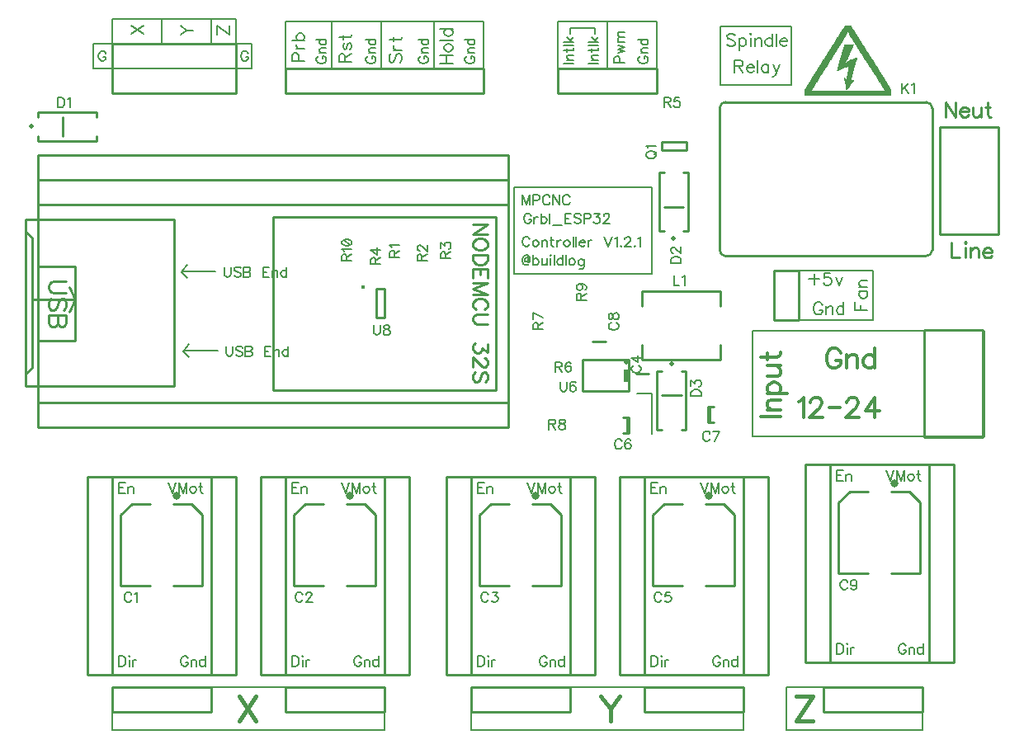
<source format=gbr>
G04 DipTrace 3.3.1.3*
G04 TopSilk.gbr*
%MOIN*%
G04 #@! TF.FileFunction,Legend,Top*
G04 #@! TF.Part,Single*
%ADD10C,0.009843*%
%ADD12C,0.003*%
%ADD27C,0.008*%
%ADD28C,0.031482*%
%ADD32C,0.019695*%
%ADD34C,0.019677*%
%ADD54C,0.019692*%
%ADD57C,0.015395*%
%ADD124C,0.006176*%
%ADD125C,0.015439*%
%ADD126C,0.012351*%
%ADD127C,0.00772*%
%ADD128C,0.009264*%
%ADD129C,0.010807*%
%FSLAX26Y26*%
G04*
G70*
G90*
G75*
G01*
G04 TopSilk*
%LPD*%
X1108700Y1287868D2*
D10*
Y1002625D1*
X1063820Y1332794D2*
X1108700Y1287868D1*
X778700D2*
Y1002625D1*
X823580Y1332794D2*
X778700Y1287868D1*
X990956Y1332794D2*
X1063820D1*
X823580D2*
X896444D1*
X990956Y1002625D2*
X1108700D1*
X778700D2*
X896444D1*
D28*
X1002737Y1364565D3*
X1808700Y1287868D2*
D10*
Y1002625D1*
X1763820Y1332794D2*
X1808700Y1287868D1*
X1478700D2*
Y1002625D1*
X1523580Y1332794D2*
X1478700Y1287868D1*
X1690956Y1332794D2*
X1763820D1*
X1523580D2*
X1596444D1*
X1690956Y1002625D2*
X1808700D1*
X1478700D2*
X1596444D1*
D28*
X1702737Y1364565D3*
X2558700Y1287868D2*
D10*
Y1002625D1*
X2513820Y1332794D2*
X2558700Y1287868D1*
X2228700D2*
Y1002625D1*
X2273580Y1332794D2*
X2228700Y1287868D1*
X2440956Y1332794D2*
X2513820D1*
X2273580D2*
X2346444D1*
X2440956Y1002625D2*
X2558700D1*
X2228700D2*
X2346444D1*
D28*
X2452737Y1364565D3*
X2860838Y1857613D2*
D10*
X2911980D1*
X3258700Y1287868D2*
Y1002625D1*
X3213820Y1332794D2*
X3258700Y1287868D1*
X2928700D2*
Y1002625D1*
X2973580Y1332794D2*
X2928700Y1287868D1*
X3140956Y1332794D2*
X3213820D1*
X2973580D2*
X3046444D1*
X3140956Y1002625D2*
X3258700D1*
X2928700D2*
X3046444D1*
D28*
X3152737Y1364565D3*
X2824663Y1681914D2*
D10*
Y1618985D1*
X2832112Y1681914D2*
Y1618985D1*
Y1681914D2*
X2808553D1*
X2832112Y1618985D2*
X2808553D1*
X3156987Y1662235D2*
Y1725165D1*
X3149539Y1662235D2*
Y1725165D1*
Y1662235D2*
X3173098D1*
X3149539Y1725165D2*
X3173098D1*
X2735980Y1989894D2*
X2684838D1*
X4008700Y1337868D2*
Y1052625D1*
X3963820Y1382794D2*
X4008700Y1337868D1*
X3678700D2*
Y1052625D1*
X3723580Y1382794D2*
X3678700Y1337868D1*
X3890956Y1382794D2*
X3963820D1*
X3723580D2*
X3796444D1*
X3890956Y1052625D2*
X4008700D1*
X3678700D2*
X3796444D1*
D28*
X3902737Y1414565D3*
X445519Y2897180D2*
D10*
Y2916869D1*
X681744D1*
Y2897180D1*
X445519Y2818448D2*
Y2798759D1*
X681744D1*
Y2818448D1*
X543965Y2897180D2*
Y2818448D1*
D32*
X416005Y2857814D3*
X2973085Y2435570D2*
D10*
X2953396D1*
Y2671795D1*
X2973085D1*
X3051817Y2435570D2*
X3071506D1*
Y2671795D1*
X3051817D1*
X2973085Y2534016D2*
X3051817D1*
D34*
X3012451Y2406057D3*
X3042775Y1869597D2*
D10*
X3062464D1*
Y1633373D1*
X3042775D1*
X2964043Y1869597D2*
X2944354D1*
Y1633373D1*
X2964043D1*
X3042775Y1771151D2*
X2964043D1*
D34*
X3003409Y1899111D3*
X1443700Y3093700D2*
D10*
X2243700D1*
X1443700Y2993700D2*
Y3093700D1*
Y2993700D2*
X2243700D1*
Y3093700D1*
X1143700Y493700D2*
Y593700D1*
X743700Y493700D2*
X1143700D1*
X743700Y593700D2*
X1143700D1*
X743700Y493700D2*
Y593700D1*
Y2993700D2*
X1243700D1*
X743700Y3193700D2*
X1243700D1*
X743700Y2993700D2*
Y3193700D1*
X1243700Y2993700D2*
Y3193700D1*
X1843700Y493700D2*
Y593700D1*
X1443700Y493700D2*
X1843700D1*
X1443700Y593700D2*
X1843700D1*
X1443700Y493700D2*
Y593700D1*
X1969400Y2743700D2*
X1977000D1*
X517800D2*
X2343700D1*
X443700D2*
X517800D1*
X443700Y2643700D2*
Y2743700D1*
Y2643700D2*
X2343700D1*
Y2743700D1*
X2593700Y493700D2*
Y593700D1*
X2193700Y493700D2*
X2593700D1*
X2193700Y593700D2*
X2593700D1*
X2193700Y493700D2*
Y593700D1*
X3293700Y493700D2*
Y593700D1*
X2893700Y493700D2*
X3293700D1*
X2893700Y593700D2*
X3293700D1*
X2893700Y493700D2*
Y593700D1*
X3418700Y2074951D2*
X3518700D1*
X3418700Y2274951D2*
Y2074951D1*
Y2274951D2*
X3518700D1*
Y2074951D1*
X4018700Y493700D2*
Y593700D1*
X3618700Y493700D2*
X4018700D1*
X3618700Y593700D2*
X4018700D1*
X3618700Y493700D2*
Y593700D1*
X394267Y2433196D2*
X419287Y2408221D1*
X394267Y2483213D2*
X994267D1*
Y1808213D1*
X394267D1*
Y2483213D1*
X419287Y2408221D2*
Y1883206D1*
X394267Y1858231D1*
X419287Y2158201D2*
X594247D1*
X569287Y2208218D1*
X594247Y2158201D2*
X569287Y2108183D1*
X2943700Y2993700D2*
Y3093700D1*
X2543700Y2993700D2*
X2943700D1*
X2543700Y3093700D2*
X2943700D1*
X2543700Y2993700D2*
Y3093700D1*
X4056298Y2358557D2*
G02X4032267Y2334546I-24014J3D01*
G01*
X3222062D1*
G02X3198031Y2358557I-18J24014D01*
G01*
Y2932583D1*
G02X3222062Y2956594I24014J-3D01*
G01*
X4032267D1*
G02X4056298Y2932583I18J-24014D01*
G01*
Y2358557D1*
X2885774Y2133851D2*
Y2192910D1*
X3200741D1*
Y2133851D1*
Y1976378D2*
Y1917319D1*
X2885774D1*
Y1976378D1*
X3063731Y2763585D2*
X2965308D1*
Y2795074D1*
X3063731D1*
Y2763585D1*
X4324310Y2855560D2*
X4088090D1*
Y2422489D1*
X4324310D1*
Y2855560D1*
X4261810Y2036810D2*
X4025590D1*
Y1603739D1*
X4261810D1*
Y2036810D1*
X2343700Y2643700D2*
X443700D1*
Y1643700D1*
X2343700D1*
Y2643700D1*
Y2543700D2*
X443700D1*
X2343700Y1743700D2*
X443700D1*
X2293730Y2493700D2*
X1393700D1*
Y1793700D1*
X2293730D1*
Y2493700D1*
X593610Y2293700D2*
X443700D1*
Y1993700D1*
X593610D1*
Y2293700D1*
X643700Y1443700D2*
X743720D1*
Y643700D1*
X643700D1*
Y1443700D1*
X1143680D2*
X1243700D1*
Y643700D1*
X1143680D1*
Y1443700D1*
X743720D2*
X1143680D1*
Y643700D1*
X743720D1*
Y1443700D1*
X1343700D2*
X1443720D1*
Y643700D1*
X1343700D1*
Y1443700D1*
X1843680D2*
X1943700D1*
Y643700D1*
X1843680D1*
Y1443700D1*
X1443720D2*
X1843680D1*
Y643700D1*
X1443720D1*
Y1443700D1*
X2093700D2*
X2193720D1*
Y643700D1*
X2093700D1*
Y1443700D1*
X2593680D2*
X2693700D1*
Y643700D1*
X2593680D1*
Y1443700D1*
X2193720D2*
X2593680D1*
Y643700D1*
X2193720D1*
Y1443700D1*
X2793700D2*
X2893720D1*
Y643700D1*
X2793700D1*
Y1443700D1*
X3293680D2*
X3393700D1*
Y643700D1*
X3293680D1*
Y1443700D1*
X2893720D2*
X3293680D1*
Y643700D1*
X2893720D1*
Y1443700D1*
X2829724Y1787812D2*
X2642716D1*
Y1915768D1*
X2829724D1*
Y1787812D1*
D54*
X2819878Y1905916D3*
G36*
X2829724Y1827166D2*
X2810032D1*
Y1876386D1*
X2829724D1*
Y1827166D1*
G37*
X3543700Y1493700D2*
D10*
X3643720D1*
Y693700D1*
X3543700D1*
Y1493700D1*
X4043680D2*
X4143700D1*
Y693700D1*
X4043680D1*
Y1493700D1*
X3643720D2*
X4043680D1*
Y693700D1*
X3643720D1*
Y1493700D1*
D57*
X1758325Y2208114D3*
X1812391Y2202851D2*
D10*
Y2084743D1*
X1843881Y2202851D2*
Y2084743D1*
X1812391D2*
X1843881D1*
X1812391Y2202851D2*
X1843881D1*
X743700Y593700D2*
D27*
X1843700D1*
Y418700D1*
X743700D1*
Y593700D1*
X2193700D2*
X2218700D1*
X2193700D1*
X3293700D1*
Y418700D1*
X2193700D1*
Y593700D1*
X3468700D2*
X4018700D1*
Y418700D1*
X3468700D1*
Y593700D1*
X3418700Y2275885D2*
X3818700D1*
Y2075885D1*
X3418700D1*
Y2275885D1*
X3331200Y2031200D2*
X4268700D1*
Y1606200D1*
X3331200D1*
Y2031200D1*
X2368699Y2612451D2*
X2924950D1*
Y2262450D1*
X2368699D1*
Y2612451D1*
X743700Y3293700D2*
X943700D1*
Y3193700D1*
X743700D1*
Y3293700D1*
X943700D2*
X1143700D1*
Y3193700D1*
X943700D1*
Y3293700D1*
X1143700D2*
X1243700D1*
Y3193700D1*
X1143700D1*
Y3293700D1*
X668700Y3193700D2*
X1306200D1*
Y3093700D1*
X668700D1*
Y3193700D1*
X2593700Y3231200D2*
Y3256200D1*
X2693700D1*
Y3231200D1*
X1443700Y3281200D2*
X1631200D1*
Y3093700D1*
X1443700D1*
Y3281200D1*
X1631200Y3106200D2*
Y3093700D1*
Y3106200D1*
Y3281200D2*
X1831200D1*
Y3093700D1*
X1631200D1*
Y3281200D1*
X1831200D2*
X2043700D1*
Y3093700D1*
X1831200D1*
Y3281200D1*
X2043700D2*
X2243700D1*
Y3093700D1*
X2043700D1*
Y3281200D1*
X2543700D2*
X2743700D1*
Y3093700D1*
X2543700D1*
Y3281200D1*
X2743700D2*
X2943700D1*
Y3093700D1*
X2743700D1*
Y3281200D1*
X3199950Y3262451D2*
X3487450D1*
Y3024949D1*
X3199950D1*
Y3262451D1*
X2923487Y1617489D2*
Y1779426D1*
X2863743Y1777854D1*
X1162234Y2272056D2*
X1023204D1*
X1027102Y2274654D2*
X1047892Y2298043D1*
X1024503Y2269457D2*
X1047892Y2247368D1*
X1169312Y1951648D2*
X1030281D1*
X1034179Y1954246D2*
X1054969Y1977634D1*
X1031581Y1949049D2*
X1054969Y1926960D1*
X3705450Y3265701D2*
D12*
X3726450D1*
X3702462Y3262701D2*
X3728413D1*
X3699567Y3259701D2*
X3730414D1*
X3696961Y3256701D2*
X3732452D1*
X3694785Y3253701D2*
X3734334D1*
X3692937Y3250701D2*
X3736050D1*
X3691190Y3247701D2*
X3737742D1*
X3689343Y3244701D2*
X3739568D1*
X3687376Y3241701D2*
X3741528D1*
X3685437Y3238701D2*
X3710975D1*
X3718028D2*
X3743464D1*
X3683459Y3235701D2*
X3710114D1*
X3719168D2*
X3745441D1*
X3681436Y3232701D2*
X3708849D1*
X3720769D2*
X3747464D1*
X3679561Y3229701D2*
X3707211D1*
X3722458D2*
X3749339D1*
X3677848Y3226701D2*
X3705339D1*
X3724096D2*
X3751052D1*
X3676157Y3223701D2*
X3703525D1*
X3725758D2*
X3752743D1*
X3674331Y3220701D2*
X3701836D1*
X3727574D2*
X3754569D1*
X3672372Y3217701D2*
X3700153D1*
X3729530D2*
X3756528D1*
X3670436Y3214701D2*
X3698330D1*
X3731465D2*
X3758464D1*
X3668459Y3211701D2*
X3696383D1*
X3733442D2*
X3760441D1*
X3666436Y3208701D2*
X3694541D1*
X3735464D2*
X3762464D1*
X3664561Y3205701D2*
X3692841D1*
X3737339D2*
X3764339D1*
X3662848Y3202701D2*
X3691155D1*
X3739052D2*
X3766052D1*
X3661157Y3199701D2*
X3689330D1*
X3740743D2*
X3767743D1*
X3659331Y3196701D2*
X3687371D1*
X3742569D2*
X3769569D1*
X3657384Y3193701D2*
X3685435D1*
X3744528D2*
X3771528D1*
X3655541Y3190701D2*
X3683459D1*
X3702450D2*
X3738450D1*
X3746464D2*
X3773464D1*
X3653841Y3187701D2*
X3681436D1*
X3701053D2*
X3736602D1*
X3748441D2*
X3775441D1*
X3652155Y3184701D2*
X3679561D1*
X3700086D2*
X3734984D1*
X3750464D2*
X3777464D1*
X3650330Y3181701D2*
X3677848D1*
X3699268D2*
X3733666D1*
X3752339D2*
X3779339D1*
X3648371Y3178701D2*
X3676157D1*
X3698344D2*
X3732553D1*
X3754052D2*
X3781052D1*
X3646435Y3175701D2*
X3674331D1*
X3697392D2*
X3731372D1*
X3755743D2*
X3782743D1*
X3644459Y3172701D2*
X3672372D1*
X3696456D2*
X3730052D1*
X3757569D2*
X3784569D1*
X3642436Y3169701D2*
X3670436D1*
X3695437D2*
X3728641D1*
X3759528D2*
X3786528D1*
X3640561Y3166701D2*
X3668459D1*
X3694432D2*
X3727176D1*
X3761464D2*
X3788464D1*
X3638848Y3163701D2*
X3666436D1*
X3693472D2*
X3725693D1*
X3763441D2*
X3790441D1*
X3637157Y3160701D2*
X3664561D1*
X3692455D2*
X3724208D1*
X3765464D2*
X3792464D1*
X3635331Y3157701D2*
X3662848D1*
X3691539D2*
X3722806D1*
X3767339D2*
X3794339D1*
X3633372Y3154701D2*
X3661157D1*
X3690855D2*
X3721593D1*
X3769052D2*
X3796052D1*
X3631424Y3151701D2*
X3659331D1*
X3690174D2*
X3720525D1*
X3770743D2*
X3797754D1*
X3629353Y3148701D2*
X3657372D1*
X3689308D2*
X3719362D1*
X3772569D2*
X3799674D1*
X3627042Y3145701D2*
X3655436D1*
X3688378D2*
X3718048D1*
X3774528D2*
X3801911D1*
X3624737Y3142701D2*
X3653459D1*
X3687452D2*
X3716640D1*
X3776464D2*
X3804195D1*
X3622697Y3139701D2*
X3651436D1*
X3686447D2*
X3715187D1*
X3778441D2*
X3806316D1*
X3620904Y3136701D2*
X3649561D1*
X3685537D2*
X3713798D1*
X3747450D2*
X3750450D1*
X3780464D2*
X3808381D1*
X3619178Y3133701D2*
X3647848D1*
X3684854D2*
X3712590D1*
X3741336D2*
X3749986D1*
X3782339D2*
X3810453D1*
X3617339Y3130701D2*
X3646157D1*
X3684173D2*
X3711524D1*
X3734963D2*
X3749231D1*
X3784052D2*
X3812436D1*
X3615386Y3127701D2*
X3644331D1*
X3683308D2*
X3710352D1*
X3728358D2*
X3748349D1*
X3785754D2*
X3814431D1*
X3613542Y3124701D2*
X3642372D1*
X3682378D2*
X3708962D1*
X3722044D2*
X3747441D1*
X3787674D2*
X3816460D1*
X3611841Y3121701D2*
X3640436D1*
X3681452D2*
X3707305D1*
X3716501D2*
X3746444D1*
X3789911D2*
X3818338D1*
X3610155Y3118701D2*
X3638459D1*
X3680447D2*
X3705450D1*
X3711450D2*
X3745535D1*
X3792183D2*
X3820051D1*
X3608330Y3115701D2*
X3636436D1*
X3679537D2*
X3744854D1*
X3794211D2*
X3821743D1*
X3606372Y3112701D2*
X3634561D1*
X3678854D2*
X3744173D1*
X3795999D2*
X3823569D1*
X3604435Y3109701D2*
X3632848D1*
X3678173D2*
X3743308D1*
X3797734D2*
X3825528D1*
X3602459Y3106701D2*
X3631146D1*
X3677308D2*
X3742378D1*
X3799667D2*
X3827464D1*
X3600436Y3103701D2*
X3629226D1*
X3676378D2*
X3715040D1*
X3719986D2*
X3741452D1*
X3801908D2*
X3829441D1*
X3598561Y3100701D2*
X3626989D1*
X3675452D2*
X3707285D1*
X3719243D2*
X3740447D1*
X3804182D2*
X3831464D1*
X3596848Y3097701D2*
X3624717D1*
X3674447D2*
X3700280D1*
X3718466D2*
X3739537D1*
X3806210D2*
X3833339D1*
X3595157Y3094701D2*
X3622689D1*
X3673548D2*
X3693793D1*
X3717940D2*
X3738854D1*
X3807999D2*
X3835052D1*
X3593331Y3091701D2*
X3620901D1*
X3672969D2*
X3687582D1*
X3717650D2*
X3738173D1*
X3809722D2*
X3836743D1*
X3591372Y3088701D2*
X3619178D1*
X3672654D2*
X3681496D1*
X3717417D2*
X3737308D1*
X3811561D2*
X3838569D1*
X3589436Y3085701D2*
X3617339D1*
X3672450D2*
X3675450D1*
X3716982D2*
X3736378D1*
X3813526D2*
X3840528D1*
X3587459Y3082701D2*
X3615374D1*
X3716243D2*
X3735452D1*
X3815464D2*
X3842464D1*
X3585436Y3079701D2*
X3613436D1*
X3715467D2*
X3734447D1*
X3817441D2*
X3844441D1*
X3583561Y3076701D2*
X3611459D1*
X3714941D2*
X3733537D1*
X3819475D2*
X3846464D1*
X3581848Y3073701D2*
X3609436D1*
X3714650D2*
X3732854D1*
X3821444D2*
X3848339D1*
X3580157Y3070701D2*
X3607561D1*
X3714417D2*
X3732173D1*
X3823434D2*
X3850052D1*
X3578331Y3067701D2*
X3605848D1*
X3713982D2*
X3731320D1*
X3825473D2*
X3851743D1*
X3576372Y3064701D2*
X3604157D1*
X3713243D2*
X3730484D1*
X3827443D2*
X3853569D1*
X3574436Y3061701D2*
X3602331D1*
X3712467D2*
X3729834D1*
X3829434D2*
X3855528D1*
X3572459Y3058701D2*
X3600372D1*
X3711939D2*
X3729166D1*
X3831461D2*
X3857464D1*
X3570436Y3055701D2*
X3598436D1*
X3699450D2*
X3702450D1*
X3711644D2*
X3728317D1*
X3833338D2*
X3859441D1*
X3568561Y3052701D2*
X3596459D1*
X3700476D2*
X3705450D1*
X3711450D2*
X3727487D1*
X3835051D2*
X3861464D1*
X3566860Y3049701D2*
X3594436D1*
X3701380D2*
X3726897D1*
X3836743D2*
X3863339D1*
X3565263Y3046701D2*
X3592561D1*
X3702054D2*
X3726450D1*
X3732450D2*
X3738450D1*
X3838569D2*
X3865052D1*
X3563714Y3043701D2*
X3590848D1*
X3702731D2*
X3735914D1*
X3840528D2*
X3866743D1*
X3562102Y3040701D2*
X3589157D1*
X3703581D2*
X3733669D1*
X3842464D2*
X3868569D1*
X3560310Y3037701D2*
X3587331D1*
X3704405D2*
X3731551D1*
X3844441D2*
X3870516D1*
X3558364Y3034701D2*
X3585372D1*
X3704961D2*
X3729459D1*
X3846464D2*
X3872359D1*
X3556433Y3031701D2*
X3583436D1*
X3705352D2*
X3727468D1*
X3848339D2*
X3874059D1*
X3554458Y3028701D2*
X3581459D1*
X3705864D2*
X3725470D1*
X3850052D2*
X3875745D1*
X3552424Y3025701D2*
X3579436D1*
X3706636D2*
X3723428D1*
X3851743D2*
X3877570D1*
X3550456Y3022701D2*
X3577561D1*
X3707426D2*
X3721445D1*
X3853569D2*
X3879529D1*
X3548466Y3019701D2*
X3575848D1*
X3707957D2*
X3719349D1*
X3855528D2*
X3881465D1*
X3546439Y3016701D2*
X3574157D1*
X3708238D2*
X3716930D1*
X3857464D2*
X3883430D1*
X3544574Y3013701D2*
X3572343D1*
X3708371D2*
X3714246D1*
X3859430D2*
X3885347D1*
X3542977Y3010701D2*
X3570500D1*
X3708450D2*
X3711450D1*
X3861347D2*
X3886828D1*
X3541774Y3007701D2*
X3569042D1*
X3862838D2*
X3887705D1*
X3541061Y3004701D2*
X3568114D1*
X3863779D2*
X3888139D1*
X3540706Y3001701D2*
X3888329D1*
X3540550Y2998701D2*
X3888405D1*
X3540487Y2995701D2*
X3888434D1*
X3540463Y2992701D2*
X3888445D1*
X3540454Y2989701D2*
X3888448D1*
X3540450Y2986701D2*
X3888450D1*
X3705450Y3265701D2*
X3702462Y3262701D1*
X3699567Y3259701D1*
X3696961Y3256701D1*
X3694785Y3253701D1*
X3692937Y3250701D1*
X3691190Y3247701D1*
X3689343Y3244701D1*
X3687376Y3241701D1*
X3685437Y3238701D1*
X3683459Y3235701D1*
X3681436Y3232701D1*
X3679561Y3229701D1*
X3677848Y3226701D1*
X3676157Y3223701D1*
X3674331Y3220701D1*
X3672372Y3217701D1*
X3670436Y3214701D1*
X3668459Y3211701D1*
X3666436Y3208701D1*
X3664561Y3205701D1*
X3662848Y3202701D1*
X3661157Y3199701D1*
X3659331Y3196701D1*
X3657384Y3193701D1*
X3655541Y3190701D1*
X3653841Y3187701D1*
X3652155Y3184701D1*
X3650330Y3181701D1*
X3648371Y3178701D1*
X3646435Y3175701D1*
X3644459Y3172701D1*
X3642436Y3169701D1*
X3640561Y3166701D1*
X3638848Y3163701D1*
X3637157Y3160701D1*
X3635331Y3157701D1*
X3633372Y3154701D1*
X3631424Y3151701D1*
X3629353Y3148701D1*
X3627042Y3145701D1*
X3624737Y3142701D1*
X3622697Y3139701D1*
X3620904Y3136701D1*
X3619178Y3133701D1*
X3617339Y3130701D1*
X3615386Y3127701D1*
X3613542Y3124701D1*
X3611841Y3121701D1*
X3610155Y3118701D1*
X3608330Y3115701D1*
X3606372Y3112701D1*
X3604435Y3109701D1*
X3602459Y3106701D1*
X3600436Y3103701D1*
X3598561Y3100701D1*
X3596848Y3097701D1*
X3595157Y3094701D1*
X3593331Y3091701D1*
X3591372Y3088701D1*
X3589436Y3085701D1*
X3587459Y3082701D1*
X3585436Y3079701D1*
X3583561Y3076701D1*
X3581848Y3073701D1*
X3580157Y3070701D1*
X3578331Y3067701D1*
X3576372Y3064701D1*
X3574436Y3061701D1*
X3572459Y3058701D1*
X3570436Y3055701D1*
X3568561Y3052701D1*
X3566860Y3049701D1*
X3565263Y3046701D1*
X3563714Y3043701D1*
X3562102Y3040701D1*
X3560310Y3037701D1*
X3558364Y3034701D1*
X3556433Y3031701D1*
X3554458Y3028701D1*
X3552424Y3025701D1*
X3550456Y3022701D1*
X3548466Y3019701D1*
X3546439Y3016701D1*
X3544574Y3013701D1*
X3542977Y3010701D1*
X3541774Y3007701D1*
X3541061Y3004701D1*
X3540706Y3001701D1*
X3540550Y2998701D1*
X3540487Y2995701D1*
X3540463Y2992701D1*
X3540454Y2989701D1*
X3540450Y2986701D1*
X3726450Y3265701D2*
X3728413Y3262701D1*
X3730414Y3259701D1*
X3732452Y3256701D1*
X3734334Y3253701D1*
X3736050Y3250701D1*
X3737742Y3247701D1*
X3739568Y3244701D1*
X3741528Y3241701D1*
X3743464Y3238701D1*
X3745441Y3235701D1*
X3747464Y3232701D1*
X3749339Y3229701D1*
X3751052Y3226701D1*
X3752743Y3223701D1*
X3754569Y3220701D1*
X3756528Y3217701D1*
X3758464Y3214701D1*
X3760441Y3211701D1*
X3762464Y3208701D1*
X3764339Y3205701D1*
X3766052Y3202701D1*
X3767743Y3199701D1*
X3769569Y3196701D1*
X3771528Y3193701D1*
X3773464Y3190701D1*
X3775441Y3187701D1*
X3777464Y3184701D1*
X3779339Y3181701D1*
X3781052Y3178701D1*
X3782743Y3175701D1*
X3784569Y3172701D1*
X3786528Y3169701D1*
X3788464Y3166701D1*
X3790441Y3163701D1*
X3792464Y3160701D1*
X3794339Y3157701D1*
X3796052Y3154701D1*
X3797754Y3151701D1*
X3799674Y3148701D1*
X3801911Y3145701D1*
X3804195Y3142701D1*
X3806316Y3139701D1*
X3808381Y3136701D1*
X3810453Y3133701D1*
X3812436Y3130701D1*
X3814431Y3127701D1*
X3816460Y3124701D1*
X3818338Y3121701D1*
X3820051Y3118701D1*
X3821743Y3115701D1*
X3823569Y3112701D1*
X3825528Y3109701D1*
X3827464Y3106701D1*
X3829441Y3103701D1*
X3831464Y3100701D1*
X3833339Y3097701D1*
X3835052Y3094701D1*
X3836743Y3091701D1*
X3838569Y3088701D1*
X3840528Y3085701D1*
X3842464Y3082701D1*
X3844441Y3079701D1*
X3846464Y3076701D1*
X3848339Y3073701D1*
X3850052Y3070701D1*
X3851743Y3067701D1*
X3853569Y3064701D1*
X3855528Y3061701D1*
X3857464Y3058701D1*
X3859441Y3055701D1*
X3861464Y3052701D1*
X3863339Y3049701D1*
X3865052Y3046701D1*
X3866743Y3043701D1*
X3868569Y3040701D1*
X3870516Y3037701D1*
X3872359Y3034701D1*
X3874059Y3031701D1*
X3875745Y3028701D1*
X3877570Y3025701D1*
X3879529Y3022701D1*
X3881465Y3019701D1*
X3883430Y3016701D1*
X3885347Y3013701D1*
X3886828Y3010701D1*
X3887705Y3007701D1*
X3888139Y3004701D1*
X3888329Y3001701D1*
X3888405Y2998701D1*
X3888434Y2995701D1*
X3888445Y2992701D1*
X3888448Y2989701D1*
X3888450Y2986701D1*
X3711450Y3241701D2*
X3710975Y3238701D1*
X3710114Y3235701D1*
X3708849Y3232701D1*
X3707211Y3229701D1*
X3705339Y3226701D1*
X3703525Y3223701D1*
X3701836Y3220701D1*
X3700153Y3217701D1*
X3698330Y3214701D1*
X3696383Y3211701D1*
X3694541Y3208701D1*
X3692841Y3205701D1*
X3691155Y3202701D1*
X3689330Y3199701D1*
X3687371Y3196701D1*
X3685435Y3193701D1*
X3683459Y3190701D1*
X3681436Y3187701D1*
X3679561Y3184701D1*
X3677848Y3181701D1*
X3676157Y3178701D1*
X3674331Y3175701D1*
X3672372Y3172701D1*
X3670436Y3169701D1*
X3668459Y3166701D1*
X3666436Y3163701D1*
X3664561Y3160701D1*
X3662848Y3157701D1*
X3661157Y3154701D1*
X3659331Y3151701D1*
X3657372Y3148701D1*
X3655436Y3145701D1*
X3653459Y3142701D1*
X3651436Y3139701D1*
X3649561Y3136701D1*
X3647848Y3133701D1*
X3646157Y3130701D1*
X3644331Y3127701D1*
X3642372Y3124701D1*
X3640436Y3121701D1*
X3638459Y3118701D1*
X3636436Y3115701D1*
X3634561Y3112701D1*
X3632848Y3109701D1*
X3631146Y3106701D1*
X3629226Y3103701D1*
X3626989Y3100701D1*
X3624717Y3097701D1*
X3622689Y3094701D1*
X3620901Y3091701D1*
X3619178Y3088701D1*
X3617339Y3085701D1*
X3615374Y3082701D1*
X3613436Y3079701D1*
X3611459Y3076701D1*
X3609436Y3073701D1*
X3607561Y3070701D1*
X3605848Y3067701D1*
X3604157Y3064701D1*
X3602331Y3061701D1*
X3600372Y3058701D1*
X3598436Y3055701D1*
X3596459Y3052701D1*
X3594436Y3049701D1*
X3592561Y3046701D1*
X3590848Y3043701D1*
X3589157Y3040701D1*
X3587331Y3037701D1*
X3585372Y3034701D1*
X3583436Y3031701D1*
X3581459Y3028701D1*
X3579436Y3025701D1*
X3577561Y3022701D1*
X3575848Y3019701D1*
X3574157Y3016701D1*
X3572343Y3013701D1*
X3570500Y3010701D1*
X3569042Y3007701D1*
X3568114Y3004701D1*
X3567450Y3001701D1*
X3717450Y3241701D2*
X3718028Y3238701D1*
X3719168Y3235701D1*
X3720769Y3232701D1*
X3722458Y3229701D1*
X3724096Y3226701D1*
X3725758Y3223701D1*
X3727574Y3220701D1*
X3729530Y3217701D1*
X3731465Y3214701D1*
X3733442Y3211701D1*
X3735464Y3208701D1*
X3737339Y3205701D1*
X3739052Y3202701D1*
X3740743Y3199701D1*
X3742569Y3196701D1*
X3744528Y3193701D1*
X3746464Y3190701D1*
X3748441Y3187701D1*
X3750464Y3184701D1*
X3752339Y3181701D1*
X3754052Y3178701D1*
X3755743Y3175701D1*
X3757569Y3172701D1*
X3759528Y3169701D1*
X3761464Y3166701D1*
X3763441Y3163701D1*
X3765464Y3160701D1*
X3767339Y3157701D1*
X3769052Y3154701D1*
X3770743Y3151701D1*
X3772569Y3148701D1*
X3774528Y3145701D1*
X3776464Y3142701D1*
X3778441Y3139701D1*
X3780464Y3136701D1*
X3782339Y3133701D1*
X3784052Y3130701D1*
X3785754Y3127701D1*
X3787674Y3124701D1*
X3789911Y3121701D1*
X3792183Y3118701D1*
X3794211Y3115701D1*
X3795999Y3112701D1*
X3797734Y3109701D1*
X3799667Y3106701D1*
X3801908Y3103701D1*
X3804182Y3100701D1*
X3806210Y3097701D1*
X3807999Y3094701D1*
X3809722Y3091701D1*
X3811561Y3088701D1*
X3813526Y3085701D1*
X3815464Y3082701D1*
X3817441Y3079701D1*
X3819475Y3076701D1*
X3821444Y3073701D1*
X3823434Y3070701D1*
X3825473Y3067701D1*
X3827443Y3064701D1*
X3829434Y3061701D1*
X3831461Y3058701D1*
X3833338Y3055701D1*
X3835051Y3052701D1*
X3836743Y3049701D1*
X3838569Y3046701D1*
X3840528Y3043701D1*
X3842464Y3040701D1*
X3844441Y3037701D1*
X3846464Y3034701D1*
X3848339Y3031701D1*
X3850052Y3028701D1*
X3851743Y3025701D1*
X3853569Y3022701D1*
X3855528Y3019701D1*
X3857464Y3016701D1*
X3859430Y3013701D1*
X3861347Y3010701D1*
X3862838Y3007701D1*
X3863779Y3004701D1*
X3864450Y3001701D1*
X3702450Y3190701D2*
X3701053Y3187701D1*
X3700086Y3184701D1*
X3699268Y3181701D1*
X3698344Y3178701D1*
X3697392Y3175701D1*
X3696456Y3172701D1*
X3695437Y3169701D1*
X3694432Y3166701D1*
X3693472Y3163701D1*
X3692455Y3160701D1*
X3691539Y3157701D1*
X3690855Y3154701D1*
X3690174Y3151701D1*
X3689308Y3148701D1*
X3688378Y3145701D1*
X3687452Y3142701D1*
X3686447Y3139701D1*
X3685537Y3136701D1*
X3684854Y3133701D1*
X3684173Y3130701D1*
X3683308Y3127701D1*
X3682378Y3124701D1*
X3681452Y3121701D1*
X3680447Y3118701D1*
X3679537Y3115701D1*
X3678854Y3112701D1*
X3678173Y3109701D1*
X3677308Y3106701D1*
X3676378Y3103701D1*
X3675452Y3100701D1*
X3674447Y3097701D1*
X3673548Y3094701D1*
X3672969Y3091701D1*
X3672654Y3088701D1*
X3672450Y3085701D1*
X3738450Y3190701D2*
X3736602Y3187701D1*
X3734984Y3184701D1*
X3733666Y3181701D1*
X3732553Y3178701D1*
X3731372Y3175701D1*
X3730052Y3172701D1*
X3728641Y3169701D1*
X3727176Y3166701D1*
X3725693Y3163701D1*
X3724208Y3160701D1*
X3722806Y3157701D1*
X3721593Y3154701D1*
X3720525Y3151701D1*
X3719362Y3148701D1*
X3718048Y3145701D1*
X3716640Y3142701D1*
X3715187Y3139701D1*
X3713798Y3136701D1*
X3712590Y3133701D1*
X3711524Y3130701D1*
X3710352Y3127701D1*
X3708962Y3124701D1*
X3707305Y3121701D1*
X3705450Y3118701D1*
X3747450Y3136701D2*
X3741336Y3133701D1*
X3734963Y3130701D1*
X3728358Y3127701D1*
X3722044Y3124701D1*
X3716501Y3121701D1*
X3711450Y3118701D1*
X3750450Y3136701D2*
X3749986Y3133701D1*
X3749231Y3130701D1*
X3748349Y3127701D1*
X3747441Y3124701D1*
X3746444Y3121701D1*
X3745535Y3118701D1*
X3744854Y3115701D1*
X3744173Y3112701D1*
X3743308Y3109701D1*
X3742378Y3106701D1*
X3741452Y3103701D1*
X3740447Y3100701D1*
X3739537Y3097701D1*
X3738854Y3094701D1*
X3738173Y3091701D1*
X3737308Y3088701D1*
X3736378Y3085701D1*
X3735452Y3082701D1*
X3734447Y3079701D1*
X3733537Y3076701D1*
X3732854Y3073701D1*
X3732173Y3070701D1*
X3731320Y3067701D1*
X3730484Y3064701D1*
X3729834Y3061701D1*
X3729166Y3058701D1*
X3728317Y3055701D1*
X3727487Y3052701D1*
X3726897Y3049701D1*
X3726450Y3046701D1*
X3723450Y3106701D2*
X3715040Y3103701D1*
X3707285Y3100701D1*
X3700280Y3097701D1*
X3693793Y3094701D1*
X3687582Y3091701D1*
X3681496Y3088701D1*
X3675450Y3085701D1*
X3720450Y3106701D2*
X3719986Y3103701D1*
X3719243Y3100701D1*
X3718466Y3097701D1*
X3717940Y3094701D1*
X3717650Y3091701D1*
X3717417Y3088701D1*
X3716982Y3085701D1*
X3716243Y3082701D1*
X3715467Y3079701D1*
X3714941Y3076701D1*
X3714650Y3073701D1*
X3714417Y3070701D1*
X3713982Y3067701D1*
X3713243Y3064701D1*
X3712467Y3061701D1*
X3711939Y3058701D1*
X3711644Y3055701D1*
X3711450Y3052701D1*
X3699450Y3055701D2*
X3700476Y3052701D1*
X3701380Y3049701D1*
X3702054Y3046701D1*
X3702731Y3043701D1*
X3703581Y3040701D1*
X3704405Y3037701D1*
X3704961Y3034701D1*
X3705352Y3031701D1*
X3705864Y3028701D1*
X3706636Y3025701D1*
X3707426Y3022701D1*
X3707957Y3019701D1*
X3708238Y3016701D1*
X3708371Y3013701D1*
X3708450Y3010701D1*
X3702450Y3055701D2*
X3705450Y3052701D1*
X3732450Y3046701D2*
X3738450D2*
X3735914Y3043701D1*
X3733669Y3040701D1*
X3731551Y3037701D1*
X3729459Y3034701D1*
X3727468Y3031701D1*
X3725470Y3028701D1*
X3723428Y3025701D1*
X3721445Y3022701D1*
X3719349Y3019701D1*
X3716930Y3016701D1*
X3714246Y3013701D1*
X3711450Y3010701D1*
X822075Y966842D2*
D124*
X820174Y970645D1*
X816327Y974491D1*
X812524Y976393D1*
X804875D1*
X801028Y974491D1*
X797226Y970645D1*
X795280Y966842D1*
X793379Y961094D1*
Y951499D1*
X795280Y945795D1*
X797226Y941949D1*
X801028Y938146D1*
X804875Y936201D1*
X812524D1*
X816327Y938146D1*
X820174Y941949D1*
X822075Y945795D1*
X834426Y968699D2*
X838273Y970645D1*
X844021Y976348D1*
Y936201D1*
X1513475Y966842D2*
X1511574Y970645D1*
X1507727Y974491D1*
X1503924Y976393D1*
X1496275D1*
X1492428Y974491D1*
X1488626Y970645D1*
X1486680Y966842D1*
X1484779Y961094D1*
Y951499D1*
X1486680Y945795D1*
X1488626Y941949D1*
X1492428Y938146D1*
X1496275Y936201D1*
X1503924D1*
X1507727Y938146D1*
X1511574Y941949D1*
X1513475Y945795D1*
X1527772Y966798D2*
Y968699D1*
X1529673Y972546D1*
X1531574Y974447D1*
X1535421Y976348D1*
X1543070D1*
X1546873Y974447D1*
X1548774Y972546D1*
X1550720Y968699D1*
Y964897D1*
X1548774Y961050D1*
X1544972Y955346D1*
X1525826Y936201D1*
X1552621D1*
X2263475Y966842D2*
X2261574Y970645D1*
X2257727Y974491D1*
X2253924Y976393D1*
X2246275D1*
X2242428Y974491D1*
X2238626Y970645D1*
X2236680Y966842D1*
X2234779Y961094D1*
Y951499D1*
X2236680Y945795D1*
X2238626Y941949D1*
X2242428Y938146D1*
X2246275Y936201D1*
X2253924D1*
X2257727Y938146D1*
X2261574Y941949D1*
X2263475Y945795D1*
X2279673Y976348D2*
X2300676D1*
X2289224Y961050D1*
X2294972D1*
X2298774Y959149D1*
X2300676Y957247D1*
X2302621Y951499D1*
Y947697D1*
X2300676Y941949D1*
X2296873Y938102D1*
X2291125Y936201D1*
X2285377D1*
X2279673Y938102D1*
X2277772Y940047D1*
X2275826Y943850D1*
X2850446Y1892022D2*
X2846644Y1890121D1*
X2842797Y1886274D1*
X2840896Y1882471D1*
Y1874822D1*
X2842797Y1870975D1*
X2846644Y1867173D1*
X2850446Y1865227D1*
X2856194Y1863326D1*
X2865789D1*
X2871493Y1865227D1*
X2875340Y1867173D1*
X2879142Y1870975D1*
X2881088Y1874822D1*
Y1882471D1*
X2879142Y1886274D1*
X2875340Y1890120D1*
X2871493Y1892022D1*
X2881088Y1923518D2*
X2840940Y1923519D1*
X2867691Y1904373D1*
Y1933069D1*
X2963475Y966842D2*
X2961574Y970645D1*
X2957727Y974491D1*
X2953924Y976393D1*
X2946275D1*
X2942428Y974491D1*
X2938626Y970645D1*
X2936680Y966842D1*
X2934779Y961094D1*
Y951499D1*
X2936680Y945795D1*
X2938626Y941949D1*
X2942428Y938146D1*
X2946275Y936201D1*
X2953924D1*
X2957727Y938146D1*
X2961574Y941949D1*
X2963475Y945795D1*
X2998774Y976348D2*
X2979673D1*
X2977772Y959149D1*
X2979673Y961050D1*
X2985421Y962995D1*
X2991125D1*
X2996873Y961050D1*
X3000720Y957247D1*
X3002621Y951499D1*
Y947697D1*
X3000720Y941949D1*
X2996873Y938102D1*
X2991125Y936201D1*
X2985421D1*
X2979673Y938102D1*
X2977772Y940047D1*
X2975826Y943850D1*
X2803087Y1585486D2*
X2801186Y1589289D1*
X2797339Y1593136D1*
X2793536Y1595037D1*
X2785887D1*
X2782040Y1593136D1*
X2778238Y1589289D1*
X2776292Y1585486D1*
X2774391Y1579738D1*
Y1570144D1*
X2776292Y1564440D1*
X2778238Y1560593D1*
X2782040Y1556790D1*
X2785887Y1554845D1*
X2793536D1*
X2797339Y1556790D1*
X2801186Y1560593D1*
X2803087Y1564440D1*
X2838386Y1589289D2*
X2836485Y1593092D1*
X2830737Y1594993D1*
X2826934D1*
X2821186Y1593092D1*
X2817339Y1587343D1*
X2815438Y1577793D1*
Y1568242D1*
X2817339Y1560593D1*
X2821186Y1556746D1*
X2826934Y1554845D1*
X2828836D1*
X2834539Y1556746D1*
X2838386Y1560593D1*
X2840287Y1566341D1*
Y1568242D1*
X2838386Y1573990D1*
X2834539Y1577793D1*
X2828836Y1579694D1*
X2826934D1*
X2821186Y1577793D1*
X2817339Y1573990D1*
X2815438Y1568242D1*
X3158419Y1617186D2*
X3156517Y1620988D1*
X3152670Y1624835D1*
X3148868Y1626736D1*
X3141219D1*
X3137372Y1624835D1*
X3133569Y1620988D1*
X3131624Y1617186D1*
X3129723Y1611438D1*
Y1601843D1*
X3131624Y1596139D1*
X3133569Y1592292D1*
X3137372Y1588490D1*
X3141219Y1586544D1*
X3148868D1*
X3152670Y1588490D1*
X3156517Y1592292D1*
X3158419Y1596139D1*
X3178419Y1586544D2*
X3197565Y1626692D1*
X3170770D1*
X2759273Y2065277D2*
X2755471Y2063375D1*
X2751624Y2059529D1*
X2749723Y2055726D1*
Y2048077D1*
X2751624Y2044230D1*
X2755471Y2040428D1*
X2759273Y2038482D1*
X2765021Y2036581D1*
X2774616D1*
X2780320Y2038482D1*
X2784167Y2040428D1*
X2787969Y2044230D1*
X2789915Y2048077D1*
Y2055726D1*
X2787969Y2059529D1*
X2784167Y2063375D1*
X2780320Y2065277D1*
X2749767Y2087179D2*
X2751668Y2081475D1*
X2755471Y2079529D1*
X2759317D1*
X2763120Y2081475D1*
X2765065Y2085277D1*
X2766967Y2092927D1*
X2768868Y2098675D1*
X2772715Y2102477D1*
X2776517Y2104378D1*
X2782265D1*
X2786068Y2102477D1*
X2788013Y2100576D1*
X2789915Y2094828D1*
Y2087179D1*
X2788013Y2081475D1*
X2786068Y2079529D1*
X2782265Y2077628D1*
X2776517D1*
X2772715Y2079529D1*
X2768868Y2083376D1*
X2766967Y2089080D1*
X2765065Y2096729D1*
X2763120Y2100576D1*
X2759317Y2102477D1*
X2755471D1*
X2751668Y2100576D1*
X2749767Y2094828D1*
Y2087179D1*
X3714426Y1016842D2*
X3712524Y1020645D1*
X3708678Y1024491D1*
X3704875Y1026393D1*
X3697226D1*
X3693379Y1024491D1*
X3689576Y1020645D1*
X3687631Y1016842D1*
X3685730Y1011094D1*
Y1001499D1*
X3687631Y995795D1*
X3689576Y991949D1*
X3693379Y988146D1*
X3697226Y986201D1*
X3704875D1*
X3708678Y988146D1*
X3712524Y991949D1*
X3714426Y995795D1*
X3751670Y1012995D2*
X3749725Y1007247D1*
X3745922Y1003401D1*
X3740174Y1001499D1*
X3738273D1*
X3732525Y1003401D1*
X3728722Y1007247D1*
X3726777Y1012995D1*
Y1014897D1*
X3728722Y1020645D1*
X3732525Y1024447D1*
X3738273Y1026348D1*
X3740174D1*
X3745922Y1024447D1*
X3749725Y1020645D1*
X3751670Y1012995D1*
Y1003401D1*
X3749725Y993850D1*
X3745922Y988102D1*
X3740174Y986201D1*
X3736372D1*
X3730624Y988102D1*
X3728722Y991949D1*
X524504Y2975448D2*
Y2935256D1*
X537901D1*
X543649Y2937201D1*
X547496Y2941004D1*
X549398Y2944851D1*
X551299Y2950554D1*
Y2960149D1*
X549398Y2965897D1*
X547496Y2969700D1*
X543649Y2973546D1*
X537901Y2975448D1*
X524504D1*
X563650Y2967754D2*
X567497Y2969700D1*
X573245Y2975404D1*
Y2935256D1*
X3001067Y2305955D2*
X3041259D1*
Y2319353D1*
X3039314Y2325101D1*
X3035511Y2328948D1*
X3031664Y2330849D1*
X3025961Y2332750D1*
X3016366D1*
X3010618Y2330849D1*
X3006815Y2328948D1*
X3002968Y2325101D1*
X3001067Y2319353D1*
Y2305955D1*
X3010662Y2347047D2*
X3008761D1*
X3004914Y2348948D1*
X3003013Y2350850D1*
X3001111Y2354696D1*
Y2362346D1*
X3003013Y2366148D1*
X3004914Y2368049D1*
X3008761Y2369995D1*
X3012563D1*
X3016410Y2368049D1*
X3022114Y2364247D1*
X3041259Y2345101D1*
Y2371896D1*
X3082421Y1767806D2*
X3122613D1*
Y1781203D1*
X3120667Y1786951D1*
X3116865Y1790798D1*
X3113018Y1792699D1*
X3107314Y1794600D1*
X3097719Y1794601D1*
X3091971Y1792699D1*
X3088169Y1790798D1*
X3084322Y1786951D1*
X3082421Y1781203D1*
Y1767806D1*
X3082465Y1810799D2*
Y1831801D1*
X3097764Y1820349D1*
Y1826097D1*
X3099665Y1829900D1*
X3101566Y1831801D1*
X3107314Y1833747D1*
X3111117D1*
X3116865Y1831801D1*
X3120712Y1827998D1*
X3122613Y1822250D1*
Y1816502D1*
X3120712Y1810799D1*
X3118766Y1808897D1*
X3114964Y1806952D1*
X3934044Y3033922D2*
Y2993730D1*
X3960839Y3033922D2*
X3934044Y3007127D1*
X3943595Y3016722D2*
X3960839Y2993730D1*
X3973190Y3026229D2*
X3977037Y3028174D1*
X3982785Y3033878D1*
Y2993730D1*
X3012778Y2256748D2*
Y2216556D1*
X3035726D1*
X3048077Y2249055D2*
X3051924Y2251000D1*
X3057672Y2256704D1*
Y2216556D1*
X2900820Y2739532D2*
X2902677Y2735730D1*
X2906524Y2731883D1*
X2910370Y2729982D1*
X2916118Y2728036D1*
X2925669D1*
X2931417Y2729982D1*
X2935219Y2731883D1*
X2939066Y2735730D1*
X2940968Y2739532D1*
Y2747182D1*
X2939066Y2751028D1*
X2935220Y2754831D1*
X2931417Y2756732D1*
X2925669Y2758678D1*
X2916118D1*
X2910370Y2756732D1*
X2906524Y2754831D1*
X2902677Y2751028D1*
X2900820Y2747182D1*
Y2739532D1*
X2933318Y2745280D2*
X2944814Y2756732D1*
X2908513Y2771029D2*
X2906568Y2774876D1*
X2900864Y2780624D1*
X2941012D1*
X1884483Y2329735D2*
Y2346935D1*
X1882538Y2352683D1*
X1880637Y2354629D1*
X1876834Y2356530D1*
X1872987D1*
X1869185Y2354629D1*
X1867239Y2352683D1*
X1865338Y2346935D1*
Y2329735D1*
X1905530D1*
X1884483Y2343133D2*
X1905530Y2356530D1*
X1873032Y2368881D2*
X1871086Y2372728D1*
X1865382Y2378476D1*
X1905530D1*
X1995489Y2314847D2*
Y2332046D1*
X1993543Y2337794D1*
X1991642Y2339740D1*
X1987839Y2341641D1*
X1983993D1*
X1980190Y2339740D1*
X1978245Y2337794D1*
X1976343Y2332046D1*
Y2314847D1*
X2016535D1*
X1995489Y2328244D2*
X2016535Y2341641D1*
X1985938Y2355938D2*
X1984037D1*
X1980190Y2357839D1*
X1978289Y2359741D1*
X1976388Y2363587D1*
Y2371237D1*
X1978289Y2375039D1*
X1980190Y2376940D1*
X1984037Y2378886D1*
X1987839D1*
X1991686Y2376940D1*
X1997390Y2373138D1*
X2016535Y2353993D1*
Y2380787D1*
X2090772Y2324280D2*
Y2341479D1*
X2088827Y2347228D1*
X2086925Y2349173D1*
X2083123Y2351074D1*
X2079276D1*
X2075474Y2349173D1*
X2073528Y2347228D1*
X2071627Y2341479D1*
Y2324280D1*
X2111819D1*
X2090772Y2337677D2*
X2111819Y2351074D1*
X2071671Y2367272D2*
Y2388275D1*
X2086970Y2376823D1*
Y2382571D1*
X2088871Y2386374D1*
X2090772Y2388275D1*
X2096520Y2390220D1*
X2100323D1*
X2106071Y2388275D1*
X2109918Y2384472D1*
X2111819Y2378724D1*
Y2372976D1*
X2109918Y2367272D1*
X2107972Y2365371D1*
X2104170Y2363426D1*
X1807989Y2301122D2*
Y2318322D1*
X1806043Y2324070D1*
X1804142Y2326015D1*
X1800339Y2327916D1*
X1796493D1*
X1792690Y2326015D1*
X1790745Y2324070D1*
X1788843Y2318322D1*
Y2301122D1*
X1829035D1*
X1807989Y2314519D2*
X1829035Y2327916D1*
Y2359413D2*
X1788888D1*
X1815638Y2340268D1*
Y2368964D1*
X2973131Y2956411D2*
X2990331D1*
X2996079Y2958357D1*
X2998025Y2960258D1*
X2999926Y2964061D1*
Y2967907D1*
X2998025Y2971710D1*
X2996079Y2973655D1*
X2990331Y2975557D1*
X2973131D1*
Y2935365D1*
X2986529Y2956411D2*
X2999926Y2935365D1*
X3035225Y2975512D2*
X3016124D1*
X3014223Y2958313D1*
X3016124Y2960214D1*
X3021872Y2962159D1*
X3027576D1*
X3033324Y2960214D1*
X3037171Y2956411D1*
X3039072Y2950663D1*
Y2946861D1*
X3037171Y2941113D1*
X3033324Y2937266D1*
X3027576Y2935365D1*
X3021872D1*
X3016124Y2937266D1*
X3014223Y2939211D1*
X3012277Y2943014D1*
X2535112Y1886780D2*
X2552312D1*
X2558060Y1888726D1*
X2560005Y1890627D1*
X2561906Y1894429D1*
Y1898276D1*
X2560005Y1902079D1*
X2558060Y1904024D1*
X2552312Y1905925D1*
X2535112D1*
Y1865733D1*
X2548509Y1886780D2*
X2561906Y1865733D1*
X2597206Y1900177D2*
X2595305Y1903980D1*
X2589556Y1905881D1*
X2585754D1*
X2580006Y1903980D1*
X2576159Y1898232D1*
X2574258Y1888681D1*
Y1879131D1*
X2576159Y1871481D1*
X2580006Y1867635D1*
X2585754Y1865733D1*
X2587655D1*
X2593359Y1867635D1*
X2597206Y1871481D1*
X2599107Y1877230D1*
Y1879131D1*
X2597206Y1884879D1*
X2593359Y1888681D1*
X2587655Y1890583D1*
X2585754D1*
X2580006Y1888681D1*
X2576159Y1884879D1*
X2574258Y1879131D1*
X2464448Y2038882D2*
Y2056082D1*
X2462503Y2061830D1*
X2460601Y2063775D1*
X2456799Y2065677D1*
X2452952D1*
X2449149Y2063775D1*
X2447204Y2061830D1*
X2445303Y2056082D1*
Y2038882D1*
X2485495D1*
X2464448Y2052279D2*
X2485495Y2065677D1*
Y2085677D2*
X2445347Y2104823D1*
Y2078028D1*
X2508918Y1654448D2*
X2526118D1*
X2531866Y1656394D1*
X2533812Y1658295D1*
X2535713Y1662097D1*
Y1665944D1*
X2533812Y1669747D1*
X2531866Y1671692D1*
X2526118Y1673593D1*
X2508918D1*
Y1633401D1*
X2522316Y1654448D2*
X2535713Y1633401D1*
X2557615Y1673549D2*
X2551911Y1671648D1*
X2549966Y1667845D1*
Y1663999D1*
X2551911Y1660196D1*
X2555714Y1658251D1*
X2563363Y1656349D1*
X2569111Y1654448D1*
X2572914Y1650601D1*
X2574815Y1646799D1*
Y1641051D1*
X2572914Y1637248D1*
X2571012Y1635303D1*
X2565264Y1633401D1*
X2557615D1*
X2551911Y1635303D1*
X2549966Y1637248D1*
X2548064Y1641051D1*
Y1646799D1*
X2549966Y1650601D1*
X2553813Y1654448D1*
X2559516Y1656349D1*
X2567166Y1658251D1*
X2571012Y1660196D1*
X2572914Y1663999D1*
Y1667845D1*
X2571012Y1671648D1*
X2565264Y1673549D1*
X2557615D1*
X2638948Y2157136D2*
Y2174336D1*
X2637003Y2180084D1*
X2635101Y2182029D1*
X2631299Y2183930D1*
X2627452D1*
X2623649Y2182029D1*
X2621704Y2180084D1*
X2619803Y2174336D1*
Y2157136D1*
X2659995D1*
X2638948Y2170533D2*
X2659995Y2183930D1*
X2633200Y2221175D2*
X2638948Y2219230D1*
X2642795Y2215427D1*
X2644696Y2209679D1*
Y2207778D1*
X2642795Y2202030D1*
X2638948Y2198227D1*
X2633200Y2196282D1*
X2631299D1*
X2625551Y2198227D1*
X2621748Y2202030D1*
X2619847Y2207778D1*
Y2209679D1*
X2621748Y2215427D1*
X2625551Y2219230D1*
X2633200Y2221175D1*
X2642795D1*
X2652345Y2219230D1*
X2658093Y2215427D1*
X2659995Y2209679D1*
Y2205877D1*
X2658093Y2200128D1*
X2654247Y2198227D1*
X1690772Y2314682D2*
Y2331882D1*
X1688827Y2337630D1*
X1686925Y2339575D1*
X1683123Y2341476D1*
X1679276Y2341477D1*
X1675474Y2339575D1*
X1673528Y2337630D1*
X1671627Y2331882D1*
Y2314682D1*
X1711819D1*
X1690772Y2328079D2*
X1711819Y2341476D1*
X1679320Y2353828D2*
X1677375Y2357675D1*
X1671671Y2363423D1*
X1711819D1*
X1671671Y2387270D2*
X1673572Y2381522D1*
X1679320Y2377675D1*
X1688871Y2375774D1*
X1694619D1*
X1704170Y2377675D1*
X1709918Y2381522D1*
X1711819Y2387270D1*
Y2391073D1*
X1709918Y2396821D1*
X1704170Y2400623D1*
X1694619Y2402569D1*
X1688871D1*
X1679320Y2400623D1*
X1673572Y2396821D1*
X1671671Y2391073D1*
Y2387270D1*
X1679320Y2400623D2*
X1704170Y2377675D1*
X2554118Y1827046D2*
Y1798350D1*
X2556020Y1792602D1*
X2559866Y1788800D1*
X2565614Y1786854D1*
X2569417D1*
X2575165Y1788800D1*
X2579012Y1792602D1*
X2580913Y1798350D1*
Y1827046D1*
X2616212Y1821298D2*
X2614311Y1825101D1*
X2608563Y1827002D1*
X2604761D1*
X2599012Y1825101D1*
X2595166Y1819353D1*
X2593264Y1809802D1*
Y1800252D1*
X2595166Y1792602D1*
X2599012Y1788755D1*
X2604761Y1786854D1*
X2606662D1*
X2612366Y1788755D1*
X2616212Y1792602D1*
X2618114Y1798350D1*
Y1800252D1*
X2616212Y1806000D1*
X2612366Y1809802D1*
X2606662Y1811703D1*
X2604761D1*
X2599012Y1809802D1*
X2595166Y1806000D1*
X2593264Y1800252D1*
X1800106Y2055857D2*
Y2027161D1*
X1802007Y2021413D1*
X1805854Y2017611D1*
X1811602Y2015665D1*
X1815405D1*
X1821153Y2017611D1*
X1824999Y2021413D1*
X1826901Y2027161D1*
Y2055857D1*
X1848803Y2055813D2*
X1843099Y2053912D1*
X1841153Y2050109D1*
Y2046262D1*
X1843099Y2042460D1*
X1846901Y2040514D1*
X1854551Y2038613D1*
X1860299Y2036712D1*
X1864101Y2032865D1*
X1866003Y2029063D1*
Y2023314D1*
X1864101Y2019512D1*
X1862200Y2017566D1*
X1856452Y2015665D1*
X1848803D1*
X1843099Y2017566D1*
X1841153Y2019512D1*
X1839252Y2023314D1*
Y2029063D1*
X1841153Y2032865D1*
X1845000Y2036712D1*
X1850704Y2038613D1*
X1858353Y2040514D1*
X1862200Y2042460D1*
X1864101Y2046262D1*
Y2050109D1*
X1862200Y2053912D1*
X1856452Y2055813D1*
X1848803D1*
X1256200Y555002D2*
D125*
X1323187Y454522D1*
Y555002D2*
X1256200Y454522D1*
X2718700Y555002D2*
X2756947Y507138D1*
Y454522D1*
X2795193Y555002D2*
X2756947Y507138D1*
X3506200Y555002D2*
X3573187D1*
X3506200Y454522D1*
X3573187D1*
X3687048Y1942684D2*
D126*
X3683246Y1950289D1*
X3675552Y1957983D1*
X3667947Y1961785D1*
X3652649D1*
X3644955Y1957983D1*
X3637350Y1950289D1*
X3633459Y1942684D1*
X3629657Y1931188D1*
Y1911998D1*
X3633459Y1900591D1*
X3637350Y1892897D1*
X3644955Y1885292D1*
X3652649Y1881401D1*
X3667947D1*
X3675552Y1885292D1*
X3683246Y1892897D1*
X3687048Y1900591D1*
Y1911998D1*
X3667947D1*
X3711751Y1934991D2*
Y1881401D1*
Y1919692D2*
X3723247Y1931188D1*
X3730941Y1934991D1*
X3742348D1*
X3750042Y1931188D1*
X3753844Y1919692D1*
Y1881401D1*
X3824443Y1961785D2*
Y1881401D1*
Y1923495D2*
X3816838Y1931188D1*
X3809145Y1934991D1*
X3797648D1*
X3790043Y1931188D1*
X3782350Y1923495D1*
X3778547Y1911998D1*
Y1904393D1*
X3782350Y1892897D1*
X3790043Y1885292D1*
X3797648Y1881401D1*
X3809145D1*
X3816838Y1885292D1*
X3824443Y1892897D1*
X3517157Y1746398D2*
X3524850Y1750289D1*
X3536346Y1761697D1*
Y1681401D1*
X3564940Y1742596D2*
Y1746398D1*
X3568742Y1754092D1*
X3572545Y1757894D1*
X3580238Y1761697D1*
X3595537D1*
X3603142Y1757894D1*
X3606945Y1754092D1*
X3610836Y1746398D1*
Y1738793D1*
X3606945Y1731100D1*
X3599340Y1719692D1*
X3561049Y1681401D1*
X3614638D1*
X3639341Y1721549D2*
X3683557D1*
X3712150Y1742596D2*
Y1746398D1*
X3715953Y1754092D1*
X3719756Y1757894D1*
X3727449Y1761697D1*
X3742748D1*
X3750353Y1757894D1*
X3754155Y1754092D1*
X3758046Y1746398D1*
Y1738793D1*
X3754155Y1731100D1*
X3746550Y1719692D1*
X3708259Y1681401D1*
X3761849D1*
X3824842D2*
Y1761697D1*
X3786552Y1708196D1*
X3843943D1*
X3580090Y2263025D2*
D127*
Y2219970D1*
X3558590Y2241470D2*
X3601645D1*
X3645769Y2266590D2*
X3621893D1*
X3619516Y2245090D1*
X3621893Y2247467D1*
X3629078Y2249899D1*
X3636207D1*
X3643393Y2247467D1*
X3648201Y2242714D1*
X3650578Y2235529D1*
Y2230776D1*
X3648201Y2223591D1*
X3643393Y2218782D1*
X3636207Y2216406D1*
X3629078D1*
X3621893Y2218782D1*
X3619516Y2221214D1*
X3617084Y2225967D1*
X3666017Y2249899D2*
X3680387Y2216406D1*
X3694702Y2249899D1*
X3613211Y2135958D2*
X3610834Y2140711D1*
X3606026Y2145520D1*
X3601272Y2147896D1*
X3591711D1*
X3586902Y2145520D1*
X3582149Y2140711D1*
X3579717Y2135958D1*
X3577341Y2128773D1*
Y2116779D1*
X3579717Y2109650D1*
X3582149Y2104841D1*
X3586902Y2100088D1*
X3591711Y2097656D1*
X3601272D1*
X3606026Y2100088D1*
X3610834Y2104841D1*
X3613211Y2109650D1*
Y2116779D1*
X3601272D1*
X3628650Y2131149D2*
Y2097656D1*
Y2121588D2*
X3635835Y2128773D1*
X3640643Y2131149D1*
X3647773D1*
X3652582Y2128773D1*
X3654958Y2121588D1*
Y2097656D1*
X3699082Y2147896D2*
Y2097656D1*
Y2123964D2*
X3694329Y2128773D1*
X3689521Y2131149D1*
X3682336D1*
X3677582Y2128773D1*
X3672774Y2123964D1*
X3670397Y2116779D1*
Y2112026D1*
X3672774Y2104841D1*
X3677582Y2100088D1*
X3682336Y2097656D1*
X3689521D1*
X3694329Y2100088D1*
X3699082Y2104841D1*
X3260835Y3225701D2*
X3256081Y3230509D1*
X3248896Y3232886D1*
X3239335D1*
X3232150Y3230509D1*
X3227341Y3225701D1*
Y3220947D1*
X3229773Y3216139D1*
X3232150Y3213762D1*
X3236903Y3211386D1*
X3251273Y3206577D1*
X3256081Y3204201D1*
X3258458Y3201769D1*
X3260835Y3197016D1*
Y3189831D1*
X3256081Y3185078D1*
X3248896Y3182646D1*
X3239335D1*
X3232150Y3185078D1*
X3227341Y3189831D1*
X3276274Y3216139D2*
Y3165899D1*
Y3208954D2*
X3281082Y3213707D1*
X3285836Y3216139D1*
X3293021D1*
X3297829Y3213707D1*
X3302582Y3208954D1*
X3305014Y3201769D1*
Y3196960D1*
X3302582Y3189831D1*
X3297829Y3185022D1*
X3293021Y3182646D1*
X3285836D1*
X3281082Y3185022D1*
X3276274Y3189831D1*
X3320453Y3232886D2*
X3322830Y3230509D1*
X3325262Y3232886D1*
X3322830Y3235318D1*
X3320453Y3232886D1*
X3322830Y3216139D2*
Y3182646D1*
X3340701Y3216139D2*
Y3182646D1*
Y3206577D2*
X3347886Y3213762D1*
X3352694Y3216139D1*
X3359824D1*
X3364633Y3213762D1*
X3367009Y3206577D1*
Y3182646D1*
X3411133Y3232886D2*
Y3182646D1*
Y3208954D2*
X3406380Y3213762D1*
X3401572Y3216139D1*
X3394387D1*
X3389634Y3213762D1*
X3384825Y3208954D1*
X3382449Y3201769D1*
Y3197016D1*
X3384825Y3189831D1*
X3389634Y3185078D1*
X3394387Y3182646D1*
X3401572D1*
X3406380Y3185078D1*
X3411133Y3189831D1*
X3426573Y3232886D2*
Y3182646D1*
X3442012Y3201769D2*
X3470697D1*
Y3206577D1*
X3468320Y3211386D1*
X3465944Y3213762D1*
X3461135Y3216139D1*
X3453950D1*
X3449197Y3213762D1*
X3444389Y3208954D1*
X3442012Y3201769D1*
Y3197016D1*
X3444389Y3189831D1*
X3449197Y3185078D1*
X3453950Y3182646D1*
X3461135D1*
X3465944Y3185078D1*
X3470697Y3189831D1*
X3258591Y3101769D2*
X3280091D1*
X3287276Y3104201D1*
X3289707Y3106577D1*
X3292084Y3111331D1*
Y3116139D1*
X3289707Y3120892D1*
X3287276Y3123324D1*
X3280091Y3125701D1*
X3258591D1*
Y3075461D1*
X3275337Y3101769D2*
X3292084Y3075461D1*
X3307523Y3094584D2*
X3336208D1*
Y3099392D1*
X3333832Y3104201D1*
X3331455Y3106577D1*
X3326646Y3108954D1*
X3319461D1*
X3314708Y3106577D1*
X3309900Y3101769D1*
X3307523Y3094584D1*
Y3089831D1*
X3309900Y3082646D1*
X3314708Y3077892D1*
X3319461Y3075461D1*
X3326646D1*
X3331455Y3077892D1*
X3336208Y3082646D1*
X3351647Y3125701D2*
Y3075461D1*
X3395772Y3108954D2*
Y3075461D1*
Y3101769D2*
X3391018Y3106577D1*
X3386210Y3108954D1*
X3379080D1*
X3374272Y3106577D1*
X3369518Y3101769D1*
X3367087Y3094584D1*
Y3089831D1*
X3369518Y3082646D1*
X3374272Y3077892D1*
X3379080Y3075461D1*
X3386210D1*
X3391018Y3077892D1*
X3395772Y3082646D1*
X3413643Y3108954D2*
X3427957Y3075461D1*
X3423204Y3065899D1*
X3418396Y3061091D1*
X3413643Y3058714D1*
X3411211D1*
X3442327Y3108954D2*
X3427957Y3075461D1*
X822072Y3233759D2*
X872312Y3267253D1*
X822072D2*
X872312Y3233759D1*
X1020202Y3228446D2*
X1044134Y3247569D1*
X1070442D1*
X1020202Y3266692D2*
X1044134Y3247569D1*
X1167825Y3230822D2*
Y3264316D1*
X1218065Y3230822D1*
Y3264316D1*
X1497072Y3122273D2*
Y3143828D1*
X1494695Y3150957D1*
X1492264Y3153389D1*
X1487510Y3155766D1*
X1480325D1*
X1475572Y3153389D1*
X1473140Y3150957D1*
X1470764Y3143828D1*
Y3122273D1*
X1521004D1*
X1487510Y3171205D2*
X1521004D1*
X1501880D2*
X1494695Y3173637D1*
X1489887Y3178390D1*
X1487510Y3183199D1*
Y3190384D1*
X1470764Y3205823D2*
X1521004D1*
X1494695D2*
X1489887Y3210631D1*
X1487510Y3215384D1*
Y3222569D1*
X1489887Y3227323D1*
X1494695Y3232131D1*
X1501880Y3234508D1*
X1506634D1*
X1513819Y3232131D1*
X1518572Y3227323D1*
X1521004Y3222569D1*
Y3215384D1*
X1518572Y3210631D1*
X1513819Y3205823D1*
X1577962Y3142195D2*
D124*
X1574159Y3140294D1*
X1570313Y3136447D1*
X1568411Y3132645D1*
Y3124995D1*
X1570313Y3121149D1*
X1574159Y3117346D1*
X1577962Y3115401D1*
X1583710Y3113499D1*
X1593305D1*
X1599009Y3115401D1*
X1602855Y3117346D1*
X1606658Y3121149D1*
X1608603Y3124995D1*
Y3132645D1*
X1606658Y3136447D1*
X1602855Y3140294D1*
X1599009Y3142195D1*
X1593305D1*
Y3132645D1*
X1581809Y3154547D2*
X1608603Y3154546D1*
X1589458Y3154547D2*
X1583710Y3160295D1*
X1581809Y3164141D1*
Y3169845D1*
X1583710Y3173692D1*
X1589458Y3175593D1*
X1608603D1*
X1568411Y3210892D2*
X1608603D1*
X1587557D2*
X1583710Y3207090D1*
X1581809Y3203243D1*
Y3197495D1*
X1583710Y3193693D1*
X1587557Y3189846D1*
X1593305Y3187945D1*
X1597107D1*
X1602855Y3189846D1*
X1606658Y3193693D1*
X1608603Y3197495D1*
Y3203243D1*
X1606658Y3207090D1*
X1602855Y3210892D1*
X1684667Y3119803D2*
D127*
Y3141303D1*
X1682235Y3148488D1*
X1679858Y3150919D1*
X1675105Y3153296D1*
X1670296D1*
X1665543Y3150919D1*
X1663111Y3148488D1*
X1660735Y3141303D1*
Y3119803D1*
X1710975D1*
X1684667Y3136549D2*
X1710975Y3153296D1*
X1684667Y3195044D2*
X1679858Y3192667D1*
X1677482Y3185482D1*
Y3178297D1*
X1679858Y3171112D1*
X1684667Y3168735D1*
X1689420Y3171112D1*
X1691852Y3175920D1*
X1694228Y3187858D1*
X1696605Y3192667D1*
X1701413Y3195043D1*
X1703790D1*
X1708543Y3192667D1*
X1710975Y3185482D1*
Y3178297D1*
X1708543Y3171112D1*
X1703790Y3168735D1*
X1660735Y3217668D2*
X1701413D1*
X1708543Y3220044D1*
X1710975Y3224853D1*
Y3229606D1*
X1677482Y3210483D2*
Y3227229D1*
X1777961Y3142195D2*
D124*
X1774158Y3140294D1*
X1770311Y3136447D1*
X1768410Y3132645D1*
Y3124995D1*
X1770311Y3121149D1*
X1774158Y3117346D1*
X1777961Y3115401D1*
X1783709Y3113499D1*
X1793303D1*
X1799007Y3115401D1*
X1802854Y3117346D1*
X1806657Y3121149D1*
X1808602Y3124995D1*
Y3132645D1*
X1806657Y3136447D1*
X1802854Y3140294D1*
X1799007Y3142195D1*
X1793303D1*
Y3132645D1*
X1781807Y3154547D2*
X1808602Y3154546D1*
X1789457Y3154547D2*
X1783709Y3160295D1*
X1781807Y3164141D1*
Y3169845D1*
X1783709Y3173692D1*
X1789457Y3175593D1*
X1808602D1*
X1768410Y3210892D2*
X1808602D1*
X1787555D2*
X1783709Y3207090D1*
X1781807Y3203243D1*
Y3197495D1*
X1783709Y3193693D1*
X1787555Y3189846D1*
X1793303Y3187945D1*
X1797106D1*
X1802854Y3189846D1*
X1806657Y3193693D1*
X1808602Y3197495D1*
Y3203243D1*
X1806657Y3207090D1*
X1802854Y3210892D1*
X1870231Y3150985D2*
D127*
X1865422Y3146232D1*
X1863046Y3139047D1*
Y3129485D1*
X1865422Y3122300D1*
X1870231Y3117492D1*
X1874984D1*
X1879793Y3119924D1*
X1882169Y3122300D1*
X1884546Y3127053D1*
X1889354Y3141423D1*
X1891731Y3146232D1*
X1894163Y3148608D1*
X1898916Y3150985D1*
X1906101D1*
X1910854Y3146232D1*
X1913286Y3139047D1*
Y3129485D1*
X1910854Y3122300D1*
X1906101Y3117492D1*
X1879793Y3166424D2*
X1913286D1*
X1894163D2*
X1886978Y3168856D1*
X1882169Y3173609D1*
X1879793Y3178418D1*
Y3185603D1*
X1863046Y3208227D2*
X1903724D1*
X1910854Y3210604D1*
X1913286Y3215412D1*
Y3220165D1*
X1879793Y3201042D2*
Y3217789D1*
X1990462Y3142195D2*
D124*
X1986659Y3140294D1*
X1982813Y3136447D1*
X1980911Y3132645D1*
Y3124995D1*
X1982813Y3121149D1*
X1986659Y3117346D1*
X1990462Y3115401D1*
X1996210Y3113499D1*
X2005805D1*
X2011509Y3115401D1*
X2015355Y3117346D1*
X2019158Y3121149D1*
X2021103Y3124995D1*
Y3132645D1*
X2019158Y3136447D1*
X2015355Y3140294D1*
X2011509Y3142195D1*
X2005805D1*
Y3132645D1*
X1994309Y3154547D2*
X2021103Y3154546D1*
X2001958Y3154547D2*
X1996210Y3160295D1*
X1994309Y3164141D1*
Y3169845D1*
X1996210Y3173692D1*
X2001958Y3175593D1*
X2021103D1*
X1980911Y3210892D2*
X2021103D1*
X2000057D2*
X1996210Y3207090D1*
X1994309Y3203243D1*
Y3197495D1*
X1996210Y3193693D1*
X2000057Y3189846D1*
X2005805Y3187945D1*
X2009607D1*
X2015355Y3189846D1*
X2019158Y3193693D1*
X2021103Y3197495D1*
Y3203243D1*
X2019158Y3207090D1*
X2015355Y3210892D1*
X2069014Y3111522D2*
D127*
X2119254D1*
X2069014Y3145015D2*
X2119254D1*
X2092946Y3111522D2*
Y3145015D1*
X2085761Y3172393D2*
X2088138Y3167639D1*
X2092946Y3162831D1*
X2100131Y3160454D1*
X2104884D1*
X2112069Y3162831D1*
X2116823Y3167639D1*
X2119254Y3172393D1*
Y3179578D1*
X2116823Y3184386D1*
X2112069Y3189139D1*
X2104884Y3191571D1*
X2100131D1*
X2092946Y3189139D1*
X2088138Y3184386D1*
X2085761Y3179578D1*
Y3172393D1*
X2069014Y3207010D2*
X2119254D1*
X2069014Y3251134D2*
X2119254D1*
X2092946D2*
X2088138Y3246381D1*
X2085761Y3241573D1*
Y3234388D1*
X2088138Y3229635D1*
X2092946Y3224826D1*
X2100131Y3222450D1*
X2104884D1*
X2112069Y3224826D1*
X2116823Y3229635D1*
X2119254Y3234388D1*
Y3241573D1*
X2116823Y3246381D1*
X2112069Y3251134D1*
X2177962Y3142195D2*
D124*
X2174159Y3140294D1*
X2170313Y3136447D1*
X2168411Y3132645D1*
Y3124995D1*
X2170313Y3121149D1*
X2174159Y3117346D1*
X2177962Y3115401D1*
X2183710Y3113499D1*
X2193305D1*
X2199009Y3115401D1*
X2202855Y3117346D1*
X2206658Y3121149D1*
X2208603Y3124995D1*
Y3132645D1*
X2206658Y3136447D1*
X2202855Y3140294D1*
X2199009Y3142195D1*
X2193305D1*
Y3132645D1*
X2181809Y3154547D2*
X2208603Y3154546D1*
X2189458Y3154547D2*
X2183710Y3160295D1*
X2181809Y3164141D1*
Y3169845D1*
X2183710Y3173692D1*
X2189458Y3175593D1*
X2208603D1*
X2168411Y3210892D2*
X2208603D1*
X2187557D2*
X2183710Y3207090D1*
X2181809Y3203243D1*
Y3197495D1*
X2183710Y3193693D1*
X2187557Y3189846D1*
X2193305Y3187945D1*
X2197107D1*
X2202855Y3189846D1*
X2206658Y3193693D1*
X2208603Y3197495D1*
Y3203243D1*
X2206658Y3207090D1*
X2202855Y3210892D1*
X2793475Y3115730D2*
Y3132974D1*
X2791574Y3138678D1*
X2789628Y3140624D1*
X2785826Y3142525D1*
X2780078D1*
X2776275Y3140624D1*
X2774330Y3138678D1*
X2772428Y3132974D1*
Y3115730D1*
X2812620D1*
X2785826Y3154876D2*
X2812620Y3162525D1*
X2785826Y3170175D1*
X2812620Y3177824D1*
X2785826Y3185473D1*
Y3197825D2*
X2812620D1*
X2793475D2*
X2787727Y3203573D1*
X2785826Y3207420D1*
Y3213123D1*
X2787727Y3216970D1*
X2793475Y3218871D1*
X2812620D1*
X2793475D2*
X2787727Y3224619D1*
X2785826Y3228466D1*
Y3234170D1*
X2787727Y3238017D1*
X2793475Y3239962D1*
X2812620D1*
X2877961Y3142195D2*
X2874158Y3140294D1*
X2870311Y3136447D1*
X2868410Y3132645D1*
Y3124995D1*
X2870311Y3121149D1*
X2874158Y3117346D1*
X2877961Y3115401D1*
X2883709Y3113499D1*
X2893303D1*
X2899007Y3115401D1*
X2902854Y3117346D1*
X2906657Y3121149D1*
X2908602Y3124995D1*
Y3132645D1*
X2906657Y3136447D1*
X2902854Y3140294D1*
X2899007Y3142195D1*
X2893303D1*
Y3132645D1*
X2881807Y3154547D2*
X2908602Y3154546D1*
X2889457Y3154547D2*
X2883709Y3160295D1*
X2881807Y3164141D1*
Y3169845D1*
X2883709Y3173692D1*
X2889457Y3175593D1*
X2908602D1*
X2868410Y3210892D2*
X2908602D1*
X2887555D2*
X2883709Y3207090D1*
X2881807Y3203243D1*
Y3197495D1*
X2883709Y3193693D1*
X2887555Y3189846D1*
X2893303Y3187945D1*
X2897106D1*
X2902854Y3189846D1*
X2906657Y3193693D1*
X2908602Y3197495D1*
Y3203243D1*
X2906657Y3207090D1*
X2902854Y3210892D1*
X3745203Y2148636D2*
D127*
Y2117519D1*
X3795443D1*
X3769135D2*
Y2136642D1*
X3761950Y2192760D2*
X3795443D1*
X3769135D2*
X3764327Y2188007D1*
X3761950Y2183198D1*
Y2176069D1*
X3764327Y2171260D1*
X3769135Y2166507D1*
X3776320Y2164075D1*
X3781073D1*
X3788258Y2166507D1*
X3793012Y2171260D1*
X3795443Y2176069D1*
Y2183198D1*
X3793011Y2188007D1*
X3788258Y2192760D1*
X3761950Y2208199D2*
X3795443D1*
X3771512D2*
X3764327Y2215384D1*
X3761950Y2220193D1*
Y2227323D1*
X3764327Y2232131D1*
X3771512Y2234508D1*
X3795443D1*
X3364435Y1686985D2*
D126*
X3444819D1*
X3391230Y1711688D2*
X3444819Y1711687D1*
X3406528Y1711688D2*
X3395032Y1723184D1*
X3391230Y1730877D1*
Y1742285D1*
X3395032Y1749978D1*
X3406528Y1753781D1*
X3444819D1*
X3391230Y1778484D2*
X3471614Y1778483D1*
X3402726Y1778484D2*
X3395121Y1786177D1*
X3391230Y1793782D1*
Y1805278D1*
X3395121Y1812972D1*
X3402726Y1820577D1*
X3414222Y1824468D1*
X3421915D1*
X3433323Y1820577D1*
X3441016Y1812972D1*
X3444819Y1805278D1*
Y1793782D1*
X3441016Y1786177D1*
X3433323Y1778484D1*
X3391230Y1849171D2*
X3429520D1*
X3440928Y1852973D1*
X3444819Y1860667D1*
Y1872163D1*
X3440928Y1879768D1*
X3429520Y1891264D1*
X3391230D2*
X3444819D1*
X3364435Y1927463D2*
X3429520D1*
X3440928Y1931265D1*
X3444819Y1938959D1*
Y1946564D1*
X3391230Y1915967D2*
Y1942761D1*
X2432165Y2541411D2*
D124*
Y2581603D1*
X2416867Y2541411D1*
X2401568Y2581603D1*
Y2541411D1*
X2444517Y2560556D2*
X2461761D1*
X2467465Y2562457D1*
X2469410Y2564403D1*
X2471311Y2568206D1*
Y2573954D1*
X2469410Y2577756D1*
X2467465Y2579702D1*
X2461761Y2581603D1*
X2444517D1*
Y2541411D1*
X2512359Y2572052D2*
X2510457Y2575855D1*
X2506611Y2579702D1*
X2502808Y2581603D1*
X2495159D1*
X2491312Y2579702D1*
X2487509Y2575855D1*
X2485564Y2572052D1*
X2483663Y2566304D1*
Y2556709D1*
X2485564Y2551006D1*
X2487509Y2547159D1*
X2491312Y2543356D1*
X2495159Y2541411D1*
X2502808D1*
X2506611Y2543356D1*
X2510457Y2547159D1*
X2512359Y2551006D1*
X2551505Y2581603D2*
Y2541411D1*
X2524710Y2581603D1*
Y2541411D1*
X2592552Y2572052D2*
X2590651Y2575855D1*
X2586804Y2579702D1*
X2583001Y2581603D1*
X2575352D1*
X2571505Y2579702D1*
X2567703Y2575855D1*
X2565757Y2572052D1*
X2563856Y2566304D1*
Y2556709D1*
X2565757Y2551006D1*
X2567703Y2547159D1*
X2571505Y2543356D1*
X2575352Y2541411D1*
X2583001D1*
X2586804Y2543356D1*
X2590651Y2547159D1*
X2592552Y2551006D1*
X2436514Y2497052D2*
X2434613Y2500855D1*
X2430766Y2504702D1*
X2426963Y2506603D1*
X2419314D1*
X2415467Y2504702D1*
X2411665Y2500855D1*
X2409719Y2497052D1*
X2407818Y2491304D1*
Y2481709D1*
X2409719Y2476006D1*
X2411665Y2472159D1*
X2415467Y2468356D1*
X2419314Y2466411D1*
X2426963D1*
X2430766Y2468356D1*
X2434613Y2472159D1*
X2436514Y2476006D1*
Y2481709D1*
X2426963D1*
X2448865Y2493206D2*
Y2466411D1*
Y2481709D2*
X2450811Y2487457D1*
X2454613Y2491304D1*
X2458460Y2493206D1*
X2464208D1*
X2476560Y2506603D2*
Y2466411D1*
Y2487457D2*
X2480406Y2491304D1*
X2484209Y2493206D1*
X2489957D1*
X2493759Y2491304D1*
X2497606Y2487457D1*
X2499508Y2481709D1*
Y2477907D1*
X2497606Y2472159D1*
X2493759Y2468356D1*
X2489957Y2466411D1*
X2484209D1*
X2480406Y2468356D1*
X2476560Y2472159D1*
X2511859Y2506603D2*
Y2466411D1*
X2524210Y2459779D2*
X2560556D1*
X2597756Y2506603D2*
X2572907D1*
Y2466411D1*
X2597756D1*
X2572907Y2487457D2*
X2588206D1*
X2636902Y2500855D2*
X2633100Y2504702D1*
X2627352Y2506603D1*
X2619702D1*
X2613954Y2504702D1*
X2610108Y2500855D1*
Y2497052D1*
X2612053Y2493206D1*
X2613954Y2491304D1*
X2617757Y2489403D1*
X2629253Y2485556D1*
X2633100Y2483655D1*
X2635001Y2481709D1*
X2636902Y2477907D1*
Y2472159D1*
X2633100Y2468356D1*
X2627352Y2466411D1*
X2619702D1*
X2613954Y2468356D1*
X2610108Y2472159D1*
X2649254Y2485556D2*
X2666498D1*
X2672201Y2487457D1*
X2674147Y2489403D1*
X2676048Y2493206D1*
Y2498954D1*
X2674147Y2502756D1*
X2672201Y2504702D1*
X2666498Y2506603D1*
X2649254D1*
Y2466411D1*
X2692246Y2506559D2*
X2713249D1*
X2701797Y2491260D1*
X2707545D1*
X2711348Y2489359D1*
X2713249Y2487457D1*
X2715194Y2481709D1*
Y2477907D1*
X2713249Y2472159D1*
X2709446Y2468312D1*
X2703698Y2466411D1*
X2697950D1*
X2692246Y2468312D1*
X2690345Y2470258D1*
X2688400Y2474060D1*
X2729491Y2497008D2*
Y2498909D1*
X2731392Y2502756D1*
X2733294Y2504657D1*
X2737141Y2506559D1*
X2744790D1*
X2748592Y2504657D1*
X2750494Y2502756D1*
X2752439Y2498909D1*
Y2495107D1*
X2750494Y2491260D1*
X2746691Y2485556D1*
X2727546Y2466411D1*
X2754340D1*
X2430264Y2403301D2*
X2428363Y2407104D1*
X2424516Y2410950D1*
X2420713Y2412852D1*
X2413064D1*
X2409217Y2410950D1*
X2405415Y2407104D1*
X2403469Y2403301D1*
X2401568Y2397553D1*
Y2387958D1*
X2403469Y2382254D1*
X2405415Y2378408D1*
X2409217Y2374605D1*
X2413064Y2372660D1*
X2420713D1*
X2424516Y2374605D1*
X2428363Y2378408D1*
X2430264Y2382254D1*
X2452166Y2399454D2*
X2448363Y2397553D1*
X2444517Y2393706D1*
X2442615Y2387958D1*
Y2384156D1*
X2444517Y2378408D1*
X2448363Y2374605D1*
X2452166Y2372660D1*
X2457914D1*
X2461761Y2374605D1*
X2465563Y2378408D1*
X2467509Y2384156D1*
Y2387958D1*
X2465563Y2393706D1*
X2461761Y2397553D1*
X2457914Y2399454D1*
X2452166D1*
X2479860D2*
Y2372660D1*
Y2391805D2*
X2485608Y2397553D1*
X2489455Y2399454D1*
X2495159D1*
X2499006Y2397553D1*
X2500907Y2391805D1*
Y2372660D1*
X2519006Y2412852D2*
Y2380309D1*
X2520908Y2374605D1*
X2524754Y2372660D1*
X2528557D1*
X2513258Y2399454D2*
X2526656D1*
X2540908D2*
Y2372660D1*
Y2387958D2*
X2542854Y2393706D1*
X2546656Y2397553D1*
X2550503Y2399454D1*
X2556251D1*
X2578153D2*
X2574350Y2397553D1*
X2570504Y2393706D1*
X2568602Y2387958D1*
Y2384156D1*
X2570504Y2378408D1*
X2574350Y2374605D1*
X2578153Y2372660D1*
X2583901D1*
X2587748Y2374605D1*
X2591550Y2378408D1*
X2593496Y2384156D1*
Y2387958D1*
X2591550Y2393706D1*
X2587748Y2397553D1*
X2583901Y2399454D1*
X2578153D1*
X2605847Y2412852D2*
Y2372660D1*
X2618199Y2412852D2*
Y2372660D1*
X2630550Y2387958D2*
X2653498D1*
Y2391805D1*
X2651597Y2395652D1*
X2649695Y2397553D1*
X2645849Y2399454D1*
X2640101D1*
X2636298Y2397553D1*
X2632451Y2393706D1*
X2630550Y2387958D1*
Y2384156D1*
X2632451Y2378408D1*
X2636298Y2374605D1*
X2640101Y2372660D1*
X2645849D1*
X2649695Y2374605D1*
X2653498Y2378408D1*
X2665849Y2399454D2*
Y2372660D1*
Y2387958D2*
X2667795Y2393706D1*
X2671597Y2397553D1*
X2675444Y2399454D1*
X2681192D1*
X2732424Y2412852D2*
X2747723Y2372660D1*
X2763022Y2412852D1*
X2775373Y2405158D2*
X2779220Y2407104D1*
X2784968Y2412807D1*
Y2372660D1*
X2799220Y2376506D2*
X2797319Y2374561D1*
X2799220Y2372660D1*
X2801166Y2374561D1*
X2799220Y2376506D1*
X2815463Y2403257D2*
Y2405158D1*
X2817364Y2409005D1*
X2819265Y2410906D1*
X2823112Y2412807D1*
X2830761D1*
X2834564Y2410906D1*
X2836465Y2409005D1*
X2838411Y2405158D1*
Y2401355D1*
X2836465Y2397509D1*
X2832663Y2391805D1*
X2813517Y2372660D1*
X2840312D1*
X2854565Y2376506D2*
X2852663Y2374561D1*
X2854565Y2372660D1*
X2856510Y2374561D1*
X2854565Y2376506D1*
X2868861Y2405158D2*
X2872708Y2407104D1*
X2878456Y2412807D1*
Y2372660D1*
X2422615Y2328258D2*
X2416867D1*
X2413064Y2326357D1*
X2411119Y2324456D1*
X2409217Y2320609D1*
Y2312959D1*
X2411119Y2311058D1*
X2414965D1*
X2422615Y2312959D1*
X2424516Y2309157D1*
X2426417D1*
X2430264Y2312959D1*
X2432165Y2322510D1*
X2430264Y2328258D1*
X2428363Y2332105D1*
X2424516Y2335907D1*
X2420713Y2337809D1*
X2413064D1*
X2409217Y2335907D1*
X2405415Y2332105D1*
X2403469Y2328258D1*
X2401568Y2322510D1*
Y2312959D1*
X2403469Y2307211D1*
X2405415Y2303409D1*
X2409217Y2299562D1*
X2413064Y2297661D1*
X2420713D1*
X2424516Y2299562D1*
X2428363Y2303409D1*
X2422615Y2330159D2*
Y2312959D1*
X2444517Y2337853D2*
Y2297661D1*
Y2318707D2*
X2448363Y2322554D1*
X2452166Y2324456D1*
X2457914D1*
X2461717Y2322554D1*
X2465563Y2318707D1*
X2467465Y2312959D1*
Y2309157D1*
X2465563Y2303409D1*
X2461717Y2299606D1*
X2457914Y2297661D1*
X2452166D1*
X2448363Y2299606D1*
X2444517Y2303409D1*
X2479816Y2324456D2*
Y2305310D1*
X2481717Y2299606D1*
X2485564Y2297661D1*
X2491312D1*
X2495115Y2299606D1*
X2500863Y2305310D1*
Y2324456D2*
Y2297661D1*
X2513214Y2337853D2*
X2515115Y2335952D1*
X2517061Y2337853D1*
X2515115Y2339798D1*
X2513214Y2337853D1*
X2515115Y2324456D2*
Y2297661D1*
X2529412Y2337853D2*
Y2297661D1*
X2564711Y2337853D2*
Y2297661D1*
Y2318707D2*
X2560909Y2322554D1*
X2557062Y2324456D1*
X2551314D1*
X2547512Y2322554D1*
X2543665Y2318707D1*
X2541764Y2312959D1*
Y2309157D1*
X2543665Y2303409D1*
X2547512Y2299606D1*
X2551314Y2297661D1*
X2557062D1*
X2560909Y2299606D1*
X2564711Y2303409D1*
X2577063Y2337853D2*
Y2297661D1*
X2598965Y2324456D2*
X2595162Y2322554D1*
X2591316Y2318707D1*
X2589414Y2312959D1*
Y2309157D1*
X2591316Y2303409D1*
X2595162Y2299606D1*
X2598965Y2297661D1*
X2604713D1*
X2608560Y2299606D1*
X2612362Y2303409D1*
X2614308Y2309157D1*
Y2312959D1*
X2612362Y2318707D1*
X2608560Y2322554D1*
X2604713Y2324456D1*
X2598965D1*
X2649607Y2322554D2*
Y2291913D1*
X2647706Y2286209D1*
X2645804Y2284264D1*
X2641958Y2282362D1*
X2636210D1*
X2632407Y2284264D1*
X2649607Y2316806D2*
X2645804Y2320609D1*
X2641958Y2322554D1*
X2636210D1*
X2632407Y2320609D1*
X2628560Y2316806D1*
X2626659Y2311058D1*
Y2307211D1*
X2628560Y2301508D1*
X2632407Y2297661D1*
X2636210Y2295760D1*
X2641958D1*
X2645804Y2297661D1*
X2649607Y2301508D1*
X1292765Y3153302D2*
X1290863Y3157104D1*
X1287017Y3160951D1*
X1283214Y3162852D1*
X1275565D1*
X1271718Y3160951D1*
X1267915Y3157104D1*
X1265970Y3153302D1*
X1264069Y3147554D1*
Y3137959D1*
X1265970Y3132255D1*
X1267915Y3128408D1*
X1271718Y3124606D1*
X1275565Y3122660D1*
X1283214D1*
X1287017Y3124606D1*
X1290863Y3128408D1*
X1292765Y3132255D1*
Y3137959D1*
X1283214D1*
X717765Y3153302D2*
X715863Y3157104D1*
X712017Y3160951D1*
X708214Y3162852D1*
X700565D1*
X696718Y3160951D1*
X692915Y3157104D1*
X690970Y3153302D1*
X689069Y3147554D1*
Y3137959D1*
X690970Y3132255D1*
X692915Y3128408D1*
X696718Y3124606D1*
X700565Y3122660D1*
X708214D1*
X712017Y3124606D1*
X715863Y3128408D1*
X717765Y3132255D1*
Y3137959D1*
X708214D1*
X2568410Y3113499D2*
X2608602D1*
X2581807Y3125851D2*
X2608602D1*
X2589457D2*
X2583709Y3131599D1*
X2581807Y3135445D1*
Y3141149D1*
X2583709Y3144996D1*
X2589457Y3146897D1*
X2608602D1*
X2568410Y3164997D2*
X2600953D1*
X2606657Y3166898D1*
X2608602Y3170745D1*
Y3174547D1*
X2581807Y3159249D2*
Y3172646D1*
X2568410Y3186899D2*
X2608602D1*
X2568410Y3199250D2*
X2608602D1*
X2581807Y3218395D2*
X2600953Y3199250D1*
X2593303Y3206899D2*
X2608602Y3220297D1*
X2668410Y3113499D2*
X2708602D1*
X2681807Y3125851D2*
X2708602D1*
X2689457D2*
X2683709Y3131599D1*
X2681807Y3135445D1*
Y3141149D1*
X2683709Y3144996D1*
X2689457Y3146897D1*
X2708602D1*
X2668410Y3164997D2*
X2700953D1*
X2706657Y3166898D1*
X2708602Y3170745D1*
Y3174547D1*
X2681807Y3159249D2*
Y3172646D1*
X2668410Y3186899D2*
X2708602D1*
X2668410Y3199250D2*
X2708602D1*
X2681807Y3218395D2*
X2700953Y3199250D1*
X2693303Y3206899D2*
X2708602Y3220297D1*
X1197096Y2290040D2*
Y2261344D1*
X1198998Y2255596D1*
X1202844Y2251793D1*
X1208592Y2249848D1*
X1212395D1*
X1218143Y2251793D1*
X1221990Y2255596D1*
X1223891Y2261344D1*
Y2290040D1*
X1263037Y2284292D2*
X1259234Y2288139D1*
X1253486Y2290040D1*
X1245837D1*
X1240089Y2288139D1*
X1236242Y2284292D1*
Y2280489D1*
X1238188Y2276643D1*
X1240089Y2274741D1*
X1243892Y2272840D1*
X1255388Y2268993D1*
X1259234Y2267092D1*
X1261136Y2265146D1*
X1263037Y2261344D1*
Y2255596D1*
X1259234Y2251793D1*
X1253486Y2249848D1*
X1245837D1*
X1240089Y2251793D1*
X1236242Y2255596D1*
X1275388Y2290040D2*
Y2249848D1*
X1292632D1*
X1298381Y2251793D1*
X1300282Y2253695D1*
X1302183Y2257497D1*
Y2263245D1*
X1300282Y2267092D1*
X1298381Y2268993D1*
X1292632Y2270895D1*
X1298381Y2272840D1*
X1300282Y2274741D1*
X1302183Y2278544D1*
Y2282391D1*
X1300282Y2286193D1*
X1298381Y2288139D1*
X1292632Y2290040D1*
X1275388D1*
Y2270895D2*
X1292632D1*
X1378264Y2290040D2*
X1353415D1*
Y2249848D1*
X1378264D1*
X1353415Y2270895D2*
X1368714D1*
X1390616Y2276643D2*
Y2249848D1*
Y2268993D2*
X1396364Y2274741D1*
X1400211Y2276643D1*
X1405914D1*
X1409761Y2274741D1*
X1411662Y2268993D1*
Y2249848D1*
X1446962Y2290040D2*
Y2249848D1*
Y2270895D2*
X1443159Y2274741D1*
X1439312Y2276643D1*
X1433564D1*
X1429762Y2274741D1*
X1425915Y2270895D1*
X1424014Y2265146D1*
Y2261344D1*
X1425915Y2255596D1*
X1429762Y2251793D1*
X1433564Y2249848D1*
X1439312D1*
X1443159Y2251793D1*
X1446962Y2255596D1*
X1204174Y1969632D2*
Y1940936D1*
X1206075Y1935188D1*
X1209922Y1931385D1*
X1215670Y1929440D1*
X1219472D1*
X1225220Y1931385D1*
X1229067Y1935188D1*
X1230968Y1940936D1*
Y1969632D1*
X1270114Y1963884D2*
X1266312Y1967730D1*
X1260564Y1969632D1*
X1252915D1*
X1247167Y1967730D1*
X1243320Y1963884D1*
Y1960081D1*
X1245265Y1956234D1*
X1247167Y1954333D1*
X1250969Y1952432D1*
X1262465Y1948585D1*
X1266312Y1946684D1*
X1268213Y1944738D1*
X1270114Y1940936D1*
Y1935188D1*
X1266312Y1931385D1*
X1260564Y1929440D1*
X1252915D1*
X1247167Y1931385D1*
X1243320Y1935188D1*
X1282466Y1969632D2*
Y1929440D1*
X1299710D1*
X1305458Y1931385D1*
X1307359Y1933286D1*
X1309260Y1937089D1*
Y1942837D1*
X1307359Y1946684D1*
X1305458Y1948585D1*
X1299710Y1950486D1*
X1305458Y1952432D1*
X1307359Y1954333D1*
X1309260Y1958136D1*
Y1961982D1*
X1307359Y1965785D1*
X1305458Y1967730D1*
X1299710Y1969632D1*
X1282466D1*
Y1950486D2*
X1299710D1*
X1385342Y1969632D2*
X1360493D1*
Y1929440D1*
X1385342D1*
X1360493Y1950486D2*
X1375791D1*
X1397693Y1956234D2*
Y1929440D1*
Y1948585D2*
X1403441Y1954333D1*
X1407288Y1956234D1*
X1412992D1*
X1416839Y1954333D1*
X1418740Y1948585D1*
Y1929440D1*
X1454039Y1969632D2*
Y1929440D1*
Y1950486D2*
X1450237Y1954333D1*
X1446390Y1956234D1*
X1440642D1*
X1436839Y1954333D1*
X1432993Y1950486D1*
X1431091Y1944738D1*
Y1940936D1*
X1432993Y1935188D1*
X1436839Y1931385D1*
X1440642Y1929440D1*
X1446390D1*
X1450237Y1931385D1*
X1454039Y1935188D1*
X4134363Y2388254D2*
D128*
Y2327966D1*
X4168785D1*
X4187312Y2388254D2*
X4190164Y2385403D1*
X4193082Y2388254D1*
X4190164Y2391173D1*
X4187312Y2388254D1*
X4190164Y2368158D2*
Y2327966D1*
X4211609Y2368158D2*
Y2327966D1*
Y2356684D2*
X4220232Y2365307D1*
X4226002Y2368158D1*
X4234557D1*
X4240328Y2365307D1*
X4243179Y2356684D1*
Y2327966D1*
X4261707Y2350914D2*
X4296128D1*
Y2356684D1*
X4293276Y2362455D1*
X4290425Y2365307D1*
X4284654Y2368158D1*
X4276032D1*
X4270329Y2365307D1*
X4264558Y2359536D1*
X4261707Y2350914D1*
Y2345211D1*
X4264558Y2336588D1*
X4270329Y2330885D1*
X4276032Y2327966D1*
X4284654D1*
X4290425Y2330885D1*
X4296128Y2336588D1*
X4149555Y2957004D2*
Y2896716D1*
X4109363Y2957004D1*
Y2896716D1*
X4168082Y2919664D2*
X4202504D1*
Y2925434D1*
X4199652Y2931204D1*
X4196800Y2934056D1*
X4191030Y2936908D1*
X4182408D1*
X4176704Y2934056D1*
X4170934Y2928286D1*
X4168082Y2919664D1*
Y2913960D1*
X4170934Y2905338D1*
X4176704Y2899634D1*
X4182408Y2896716D1*
X4191030D1*
X4196800Y2899634D1*
X4202504Y2905338D1*
X4221031Y2936908D2*
Y2908190D1*
X4223883Y2899634D1*
X4229653Y2896716D1*
X4238275D1*
X4243979Y2899634D1*
X4252601Y2908190D1*
Y2936908D2*
Y2896716D1*
X4279750Y2957004D2*
Y2908190D1*
X4282602Y2899634D1*
X4288372Y2896716D1*
X4294076D1*
X4271128Y2936908D2*
X4291224D1*
X557518Y2231896D2*
D129*
X507300D1*
X497241Y2228569D1*
X490586Y2221837D1*
X487182Y2211778D1*
Y2205124D1*
X490586Y2195065D1*
X497241Y2188333D1*
X507300Y2185006D1*
X557518Y2185005D1*
X547459Y2116500D2*
X554191Y2123154D1*
X557518Y2133213D1*
Y2146600D1*
X554191Y2156659D1*
X547459Y2163391D1*
X540804D1*
X534072Y2159986D1*
X530745Y2156659D1*
X527418Y2150004D1*
X520686Y2129886D1*
X517359Y2123154D1*
X513954Y2119827D1*
X507300Y2116500D1*
X497241D1*
X490586Y2123154D1*
X487182Y2133213D1*
Y2146600D1*
X490586Y2156659D1*
X497241Y2163391D1*
X557518Y2094885D2*
X487182D1*
Y2064708D1*
X490586Y2054649D1*
X493914Y2051322D1*
X500568Y2047994D1*
X510627D1*
X517359Y2051322D1*
X520686Y2054649D1*
X524013Y2064708D1*
X527418Y2054649D1*
X530745Y2051322D1*
X537400Y2047994D1*
X544132D1*
X550786Y2051322D1*
X554191Y2054649D1*
X557518Y2064708D1*
Y2094885D1*
X524013D2*
Y2064708D1*
X2260840Y2423876D2*
D128*
X2200552D1*
X2260840Y2464068D1*
X2200552D1*
X2260840Y2388105D2*
X2257988Y2393875D1*
X2252217Y2399579D1*
X2246514Y2402497D1*
X2237892Y2405349D1*
X2223499D1*
X2214944Y2402497D1*
X2209174Y2399579D1*
X2203470Y2393875D1*
X2200552Y2388105D1*
Y2376631D1*
X2203470Y2370927D1*
X2209174Y2365157D1*
X2214944Y2362305D1*
X2223499Y2359453D1*
X2237892D1*
X2246514Y2362305D1*
X2252217Y2365157D1*
X2257988Y2370927D1*
X2260840Y2376631D1*
Y2388105D1*
Y2340926D2*
X2200552D1*
Y2320830D1*
X2203470Y2312208D1*
X2209174Y2306438D1*
X2214944Y2303586D1*
X2223499Y2300734D1*
X2237892D1*
X2246514Y2303586D1*
X2252217Y2306438D1*
X2257988Y2312208D1*
X2260840Y2320830D1*
Y2340926D1*
Y2244933D2*
Y2282207D1*
X2200552D1*
Y2244933D1*
X2232121Y2282207D2*
Y2259259D1*
X2200552Y2180510D2*
X2260840D1*
X2200552Y2203458D1*
X2260840Y2226406D1*
X2200552D1*
X2246514Y2118939D2*
X2252217Y2121791D1*
X2257988Y2127561D1*
X2260840Y2133265D1*
Y2144739D1*
X2257988Y2150509D1*
X2252217Y2156213D1*
X2246514Y2159131D1*
X2237892Y2161983D1*
X2223499D1*
X2214944Y2159131D1*
X2209174Y2156213D1*
X2203470Y2150509D1*
X2200552Y2144739D1*
Y2133265D1*
X2203470Y2127561D1*
X2209174Y2121791D1*
X2214944Y2118939D1*
X2260840Y2100412D2*
X2217796D1*
X2209174Y2097560D1*
X2203470Y2091790D1*
X2200552Y2083168D1*
Y2077464D1*
X2203470Y2068842D1*
X2209174Y2063072D1*
X2217796Y2060220D1*
X2260840D1*
X2260773Y1977602D2*
Y1946098D1*
X2237825Y1963276D1*
Y1954654D1*
X2234973Y1948950D1*
X2232122Y1946098D1*
X2223499Y1943180D1*
X2217796D1*
X2209174Y1946098D1*
X2203403Y1951802D1*
X2200552Y1960424D1*
Y1969046D1*
X2203403Y1977602D1*
X2206322Y1980454D1*
X2212026Y1983372D1*
X2246447Y1921735D2*
X2249299D1*
X2255069Y1918883D1*
X2257921Y1916031D1*
X2260773Y1910261D1*
Y1898787D1*
X2257921Y1893083D1*
X2255069Y1890231D1*
X2249299Y1887313D1*
X2243595D1*
X2237825Y1890231D1*
X2229270Y1895935D1*
X2200552Y1924653D1*
Y1884461D1*
X2252218Y1825742D2*
X2257988Y1831446D1*
X2260840Y1840068D1*
Y1851542D1*
X2257988Y1860164D1*
X2252218Y1865934D1*
X2246514D1*
X2240744Y1863016D1*
X2237892Y1860164D1*
X2235040Y1854460D1*
X2229270Y1837216D1*
X2226418Y1831446D1*
X2223499Y1828594D1*
X2217796Y1825742D1*
X2209174D1*
X2203470Y1831446D1*
X2200552Y1840068D1*
Y1851542D1*
X2203470Y1860164D1*
X2209174Y1865934D1*
X971808Y1417653D2*
D124*
X987106Y1377461D1*
X1002405Y1417653D1*
X1045354Y1377461D2*
Y1417653D1*
X1030055Y1377461D1*
X1014756Y1417653D1*
Y1377461D1*
X1067256Y1404256D2*
X1063453Y1402354D1*
X1059606Y1398508D1*
X1057705Y1392760D1*
Y1388957D1*
X1059606Y1383209D1*
X1063453Y1379407D1*
X1067256Y1377461D1*
X1073004D1*
X1076850Y1379407D1*
X1080653Y1383209D1*
X1082598Y1388957D1*
Y1392760D1*
X1080653Y1398508D1*
X1076850Y1402354D1*
X1073004Y1404256D1*
X1067256D1*
X1100698Y1417653D2*
Y1385110D1*
X1102599Y1379407D1*
X1106446Y1377461D1*
X1110248D1*
X1094950Y1404256D2*
X1108347D1*
X1050484Y708102D2*
X1048583Y711905D1*
X1044736Y715752D1*
X1040933Y717653D1*
X1033284D1*
X1029437Y715752D1*
X1025635Y711905D1*
X1023689Y708102D1*
X1021788Y702354D1*
Y692760D1*
X1023689Y687056D1*
X1025635Y683209D1*
X1029437Y679407D1*
X1033284Y677461D1*
X1040933D1*
X1044736Y679407D1*
X1048583Y683209D1*
X1050484Y687056D1*
Y692760D1*
X1040933D1*
X1062835Y704256D2*
Y677461D1*
Y696606D2*
X1068583Y702354D1*
X1072430Y704256D1*
X1078134D1*
X1081981Y702354D1*
X1083882Y696606D1*
Y677461D1*
X1119181Y717653D2*
Y677461D1*
Y698508D2*
X1115379Y702354D1*
X1111532Y704256D1*
X1105784D1*
X1101981Y702354D1*
X1098134Y698508D1*
X1096233Y692760D1*
Y688957D1*
X1098134Y683209D1*
X1101981Y679407D1*
X1105784Y677461D1*
X1111532D1*
X1115379Y679407D1*
X1119181Y683209D1*
X796617Y1417653D2*
X771768D1*
Y1377461D1*
X796617D1*
X771768Y1398508D2*
X787066D1*
X808968Y1404256D2*
Y1377461D1*
Y1396606D2*
X814716Y1402354D1*
X818563Y1404256D1*
X824267D1*
X828114Y1402354D1*
X830015Y1396606D1*
Y1377461D1*
X771768Y717653D2*
Y677461D1*
X785165D1*
X790913Y679407D1*
X794760Y683209D1*
X796661Y687056D1*
X798563Y692760D1*
Y702354D1*
X796661Y708102D1*
X794760Y711905D1*
X790913Y715752D1*
X785165Y717653D1*
X771768D1*
X810914D2*
X812815Y715752D1*
X814761Y717653D1*
X812815Y719599D1*
X810914Y717653D1*
X812815Y704256D2*
Y677461D1*
X827112Y704256D2*
Y677461D1*
Y692760D2*
X829058Y698508D1*
X832860Y702354D1*
X836707Y704256D1*
X842455D1*
X1671808Y1417653D2*
X1687106Y1377461D1*
X1702405Y1417653D1*
X1745354Y1377461D2*
Y1417653D1*
X1730055Y1377461D1*
X1714756Y1417653D1*
Y1377461D1*
X1767256Y1404256D2*
X1763453Y1402354D1*
X1759606Y1398508D1*
X1757705Y1392760D1*
Y1388957D1*
X1759606Y1383209D1*
X1763453Y1379407D1*
X1767256Y1377461D1*
X1773004D1*
X1776850Y1379407D1*
X1780653Y1383209D1*
X1782598Y1388957D1*
Y1392760D1*
X1780653Y1398508D1*
X1776850Y1402354D1*
X1773004Y1404256D1*
X1767256D1*
X1800698Y1417653D2*
Y1385110D1*
X1802599Y1379407D1*
X1806446Y1377461D1*
X1810248D1*
X1794950Y1404256D2*
X1808347D1*
X1750484Y708102D2*
X1748583Y711905D1*
X1744736Y715752D1*
X1740933Y717653D1*
X1733284D1*
X1729437Y715752D1*
X1725635Y711905D1*
X1723689Y708102D1*
X1721788Y702354D1*
Y692760D1*
X1723689Y687056D1*
X1725635Y683209D1*
X1729437Y679407D1*
X1733284Y677461D1*
X1740933D1*
X1744736Y679407D1*
X1748583Y683209D1*
X1750484Y687056D1*
Y692760D1*
X1740933D1*
X1762835Y704256D2*
Y677461D1*
Y696606D2*
X1768583Y702354D1*
X1772430Y704256D1*
X1778134D1*
X1781981Y702354D1*
X1783882Y696606D1*
Y677461D1*
X1819181Y717653D2*
Y677461D1*
Y698508D2*
X1815379Y702354D1*
X1811532Y704256D1*
X1805784D1*
X1801981Y702354D1*
X1798134Y698508D1*
X1796233Y692760D1*
Y688957D1*
X1798134Y683209D1*
X1801981Y679407D1*
X1805784Y677461D1*
X1811532D1*
X1815379Y679407D1*
X1819181Y683209D1*
X1496617Y1417653D2*
X1471768D1*
Y1377461D1*
X1496617D1*
X1471768Y1398508D2*
X1487066D1*
X1508968Y1404256D2*
Y1377461D1*
Y1396606D2*
X1514716Y1402354D1*
X1518563Y1404256D1*
X1524267D1*
X1528114Y1402354D1*
X1530015Y1396606D1*
Y1377461D1*
X1471768Y717653D2*
Y677461D1*
X1485165D1*
X1490913Y679407D1*
X1494760Y683209D1*
X1496661Y687056D1*
X1498563Y692760D1*
Y702354D1*
X1496661Y708102D1*
X1494760Y711905D1*
X1490913Y715752D1*
X1485165Y717653D1*
X1471768D1*
X1510914D2*
X1512815Y715752D1*
X1514761Y717653D1*
X1512815Y719599D1*
X1510914Y717653D1*
X1512815Y704256D2*
Y677461D1*
X1527112Y704256D2*
Y677461D1*
Y692760D2*
X1529058Y698508D1*
X1532860Y702354D1*
X1536707Y704256D1*
X1542455D1*
X2421808Y1417653D2*
X2437106Y1377461D1*
X2452405Y1417653D1*
X2495354Y1377461D2*
Y1417653D1*
X2480055Y1377461D1*
X2464756Y1417653D1*
Y1377461D1*
X2517256Y1404256D2*
X2513453Y1402354D1*
X2509606Y1398508D1*
X2507705Y1392760D1*
Y1388957D1*
X2509606Y1383209D1*
X2513453Y1379407D1*
X2517256Y1377461D1*
X2523004D1*
X2526850Y1379407D1*
X2530653Y1383209D1*
X2532598Y1388957D1*
Y1392760D1*
X2530653Y1398508D1*
X2526850Y1402354D1*
X2523004Y1404256D1*
X2517256D1*
X2550698Y1417653D2*
Y1385110D1*
X2552599Y1379407D1*
X2556446Y1377461D1*
X2560248D1*
X2544950Y1404256D2*
X2558347D1*
X2500484Y708102D2*
X2498583Y711905D1*
X2494736Y715752D1*
X2490933Y717653D1*
X2483284D1*
X2479437Y715752D1*
X2475635Y711905D1*
X2473689Y708102D1*
X2471788Y702354D1*
Y692760D1*
X2473689Y687056D1*
X2475635Y683209D1*
X2479437Y679407D1*
X2483284Y677461D1*
X2490933D1*
X2494736Y679407D1*
X2498583Y683209D1*
X2500484Y687056D1*
Y692760D1*
X2490933D1*
X2512835Y704256D2*
Y677461D1*
Y696606D2*
X2518583Y702354D1*
X2522430Y704256D1*
X2528134D1*
X2531981Y702354D1*
X2533882Y696606D1*
Y677461D1*
X2569181Y717653D2*
Y677461D1*
Y698508D2*
X2565379Y702354D1*
X2561532Y704256D1*
X2555784D1*
X2551981Y702354D1*
X2548134Y698508D1*
X2546233Y692760D1*
Y688957D1*
X2548134Y683209D1*
X2551981Y679407D1*
X2555784Y677461D1*
X2561532D1*
X2565379Y679407D1*
X2569181Y683209D1*
X2246617Y1417653D2*
X2221768D1*
Y1377461D1*
X2246617D1*
X2221768Y1398508D2*
X2237066D1*
X2258968Y1404256D2*
Y1377461D1*
Y1396606D2*
X2264716Y1402354D1*
X2268563Y1404256D1*
X2274267D1*
X2278114Y1402354D1*
X2280015Y1396606D1*
Y1377461D1*
X2221768Y717653D2*
Y677461D1*
X2235165D1*
X2240913Y679407D1*
X2244760Y683209D1*
X2246661Y687056D1*
X2248563Y692760D1*
Y702354D1*
X2246661Y708102D1*
X2244760Y711905D1*
X2240913Y715752D1*
X2235165Y717653D1*
X2221768D1*
X2260914D2*
X2262815Y715752D1*
X2264761Y717653D1*
X2262815Y719599D1*
X2260914Y717653D1*
X2262815Y704256D2*
Y677461D1*
X2277112Y704256D2*
Y677461D1*
Y692760D2*
X2279058Y698508D1*
X2282860Y702354D1*
X2286707Y704256D1*
X2292455D1*
X3121808Y1417653D2*
X3137106Y1377461D1*
X3152405Y1417653D1*
X3195354Y1377461D2*
Y1417653D1*
X3180055Y1377461D1*
X3164756Y1417653D1*
Y1377461D1*
X3217256Y1404256D2*
X3213453Y1402354D1*
X3209606Y1398508D1*
X3207705Y1392760D1*
Y1388957D1*
X3209606Y1383209D1*
X3213453Y1379407D1*
X3217256Y1377461D1*
X3223004D1*
X3226850Y1379407D1*
X3230653Y1383209D1*
X3232598Y1388957D1*
Y1392760D1*
X3230653Y1398508D1*
X3226850Y1402354D1*
X3223004Y1404256D1*
X3217256D1*
X3250698Y1417653D2*
Y1385110D1*
X3252599Y1379407D1*
X3256446Y1377461D1*
X3260248D1*
X3244950Y1404256D2*
X3258347D1*
X3200484Y708102D2*
X3198583Y711905D1*
X3194736Y715752D1*
X3190933Y717653D1*
X3183284D1*
X3179437Y715752D1*
X3175635Y711905D1*
X3173689Y708102D1*
X3171788Y702354D1*
Y692760D1*
X3173689Y687056D1*
X3175635Y683209D1*
X3179437Y679407D1*
X3183284Y677461D1*
X3190933D1*
X3194736Y679407D1*
X3198583Y683209D1*
X3200484Y687056D1*
Y692760D1*
X3190933D1*
X3212835Y704256D2*
Y677461D1*
Y696606D2*
X3218583Y702354D1*
X3222430Y704256D1*
X3228134D1*
X3231981Y702354D1*
X3233882Y696606D1*
Y677461D1*
X3269181Y717653D2*
Y677461D1*
Y698508D2*
X3265379Y702354D1*
X3261532Y704256D1*
X3255784D1*
X3251981Y702354D1*
X3248134Y698508D1*
X3246233Y692760D1*
Y688957D1*
X3248134Y683209D1*
X3251981Y679407D1*
X3255784Y677461D1*
X3261532D1*
X3265379Y679407D1*
X3269181Y683209D1*
X2946617Y1417653D2*
X2921768D1*
Y1377461D1*
X2946617D1*
X2921768Y1398508D2*
X2937066D1*
X2958968Y1404256D2*
Y1377461D1*
Y1396606D2*
X2964716Y1402354D1*
X2968563Y1404256D1*
X2974267D1*
X2978114Y1402354D1*
X2980015Y1396606D1*
Y1377461D1*
X2921768Y717653D2*
Y677461D1*
X2935165D1*
X2940913Y679407D1*
X2944760Y683209D1*
X2946661Y687056D1*
X2948563Y692760D1*
Y702354D1*
X2946661Y708102D1*
X2944760Y711905D1*
X2940913Y715752D1*
X2935165Y717653D1*
X2921768D1*
X2960914D2*
X2962815Y715752D1*
X2964761Y717653D1*
X2962815Y719599D1*
X2960914Y717653D1*
X2962815Y704256D2*
Y677461D1*
X2977112Y704256D2*
Y677461D1*
Y692760D2*
X2979058Y698508D1*
X2982860Y702354D1*
X2986707Y704256D1*
X2992455D1*
X3871808Y1467653D2*
X3887106Y1427461D1*
X3902405Y1467653D1*
X3945354Y1427461D2*
Y1467653D1*
X3930055Y1427461D1*
X3914756Y1467653D1*
Y1427461D1*
X3967256Y1454256D2*
X3963453Y1452354D1*
X3959606Y1448508D1*
X3957705Y1442760D1*
Y1438957D1*
X3959606Y1433209D1*
X3963453Y1429407D1*
X3967256Y1427461D1*
X3973004D1*
X3976850Y1429407D1*
X3980653Y1433209D1*
X3982598Y1438957D1*
Y1442760D1*
X3980653Y1448508D1*
X3976850Y1452354D1*
X3973004Y1454256D1*
X3967256D1*
X4000698Y1467653D2*
Y1435110D1*
X4002599Y1429407D1*
X4006446Y1427461D1*
X4010248D1*
X3994950Y1454256D2*
X4008347D1*
X3950484Y758102D2*
X3948583Y761905D1*
X3944736Y765752D1*
X3940933Y767653D1*
X3933284D1*
X3929437Y765752D1*
X3925635Y761905D1*
X3923689Y758102D1*
X3921788Y752354D1*
Y742760D1*
X3923689Y737056D1*
X3925635Y733209D1*
X3929437Y729407D1*
X3933284Y727461D1*
X3940933D1*
X3944736Y729407D1*
X3948583Y733209D1*
X3950484Y737056D1*
Y742760D1*
X3940933D1*
X3962835Y754256D2*
Y727461D1*
Y746606D2*
X3968583Y752354D1*
X3972430Y754256D1*
X3978134D1*
X3981981Y752354D1*
X3983882Y746606D1*
Y727461D1*
X4019181Y767653D2*
Y727461D1*
Y748508D2*
X4015379Y752354D1*
X4011532Y754256D1*
X4005784D1*
X4001981Y752354D1*
X3998134Y748508D1*
X3996233Y742760D1*
Y738957D1*
X3998134Y733209D1*
X4001981Y729407D1*
X4005784Y727461D1*
X4011532D1*
X4015379Y729407D1*
X4019181Y733209D1*
X3696617Y1467653D2*
X3671768D1*
Y1427461D1*
X3696617D1*
X3671768Y1448508D2*
X3687066D1*
X3708968Y1454256D2*
Y1427461D1*
Y1446606D2*
X3714716Y1452354D1*
X3718563Y1454256D1*
X3724267D1*
X3728114Y1452354D1*
X3730015Y1446606D1*
Y1427461D1*
X3671768Y767653D2*
Y727461D1*
X3685165D1*
X3690913Y729407D1*
X3694760Y733209D1*
X3696661Y737056D1*
X3698563Y742760D1*
Y752354D1*
X3696661Y758102D1*
X3694760Y761905D1*
X3690913Y765752D1*
X3685165Y767653D1*
X3671768D1*
X3710914D2*
X3712815Y765752D1*
X3714761Y767653D1*
X3712815Y769599D1*
X3710914Y767653D1*
X3712815Y754256D2*
Y727461D1*
X3727112Y754256D2*
Y727461D1*
Y742760D2*
X3729058Y748508D1*
X3732860Y752354D1*
X3736707Y754256D1*
X3742455D1*
M02*

</source>
